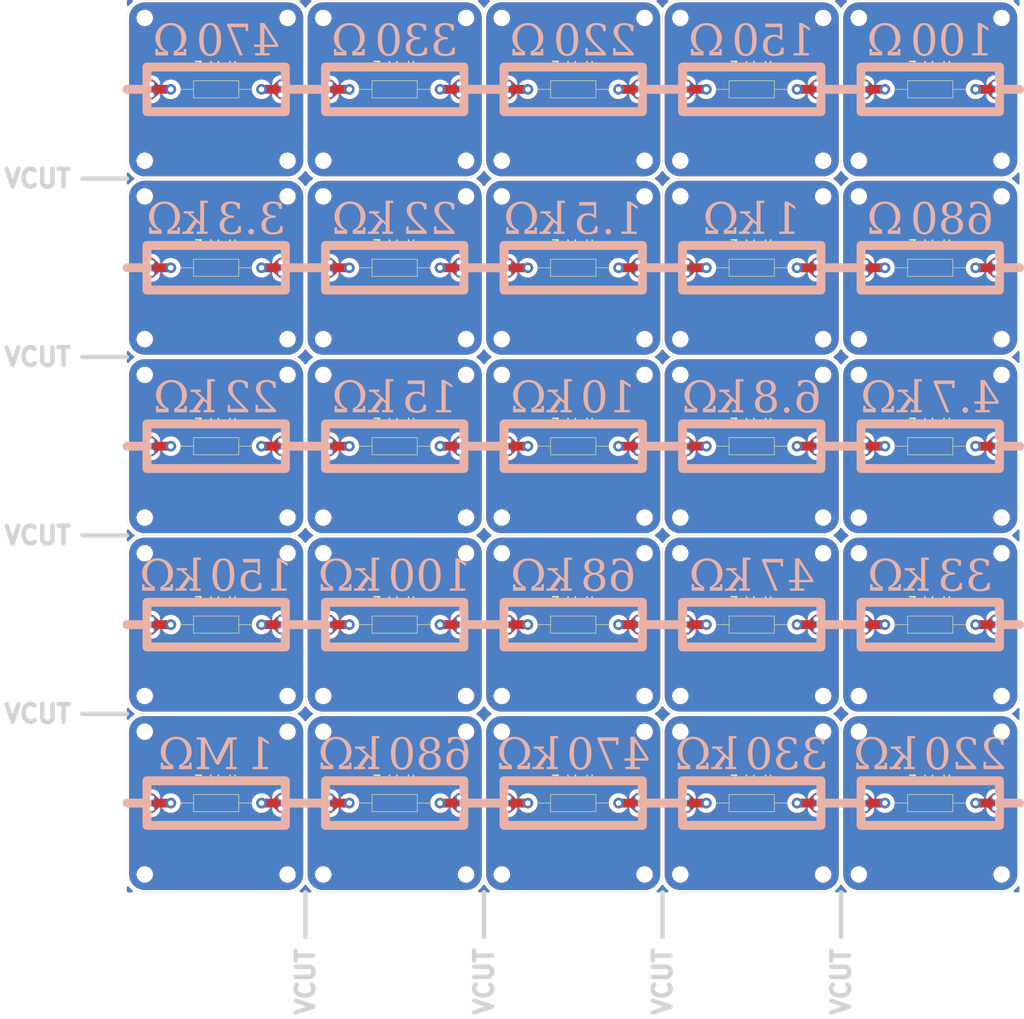
<source format=kicad_pcb>
(kicad_pcb (version 20241229) (generator "pcbnew") (generator_version "9.0")
  (layers (0 "F.Cu" signal) (2 "B.Cu" signal) (13 "F.Paste" user) (15 "B.Paste" user) (5 "F.SilkS" user "F.Silkscreen") (7 "B.SilkS" user "B.Silkscreen") (1 "F.Mask" user) (3 "B.Mask" user) (25 "Edge.Cuts" user))
  (net 0 "")
  (net 1 "NordSued")
  (net 2 "Net-(J1-Pin_1)")
  (footprint "MountingHole:MountingHole_3.2mm_M3" (layer "F.Cu") (at 64 96 -90)
    (property "Reference" "H32" (hide yes))
    (property "Value" "MH M3")
  )
  (footprint "MountingHole:MountingHole_3.2mm_M3" (layer "F.Cu") (at 136 56 -90)
    (property "Reference" "H15" (hide yes))
    (property "Value" "MH M3")
  )
  (footprint "MountingHole:MountingHole_3.2mm_M3" (layer "F.Cu") (at 104 136 -90)
    (property "Reference" "H56" (hide yes))
    (property "Value" "MH M3")
  )
  (footprint "MountingHole:MountingHole_3.2mm_M3" (layer "F.Cu") (at 96 104 -90)
    (property "Reference" "H49" (hide yes))
    (property "Value" "MH M3")
  )
  (footprint "MountingHole:MountingHole_3.2mm_M3" (layer "F.Cu") (at 24 96 -90)
    (property "Reference" "H28" (hide yes))
    (property "Value" "MH M3")
  )
  (footprint "MountingHole:MountingHole_3.2mm_M3" (layer "F.Cu") (at 104 56 -90)
    (property "Reference" "H16" (hide yes))
    (property "Value" "MH M3")
  )
  (footprint "EASYEDA2KICAD:Magentic_Connector_1x02_P2.5mm_Horizontal" (layer "F.Cu") (at 25.4875 80 180)
    (property "Reference" "J14" (hide yes))
    (property "Value" "Conn_01x02_Pin")
  )
  (footprint "EASYEDA2KICAD:Magentic_Connector_1x02_P2.5mm_Horizontal" (layer "F.Cu") (at 145.4875 160 180)
    (property "Reference" "J40" (hide yes))
    (property "Value" "Conn_01x02_Pin")
  )
  (footprint "Resistor_THT:R_Axial_DIN0411_L9.9mm_D3.6mm_P20.32mm_Horizontal" (layer "F.Cu") (at 50.16 200 180)
    (property "Reference" "R22" (hide yes))
    (property "Value" "R")
  )
  (footprint "MountingHole:MountingHole_3.2mm_M3" (layer "F.Cu") (at 216 24 -90)
    (property "Reference" "H21" (hide yes))
    (property "Value" "MH M3")
  )
  (footprint "EASYEDA2KICAD:Magentic_Connector_1x02_P2.5mm_Horizontal" (layer "F.Cu") (at 214.5125 80)
    (property "Reference" "J21" (hide yes))
    (property "Value" "Conn_01x02_Pin")
  )
  (footprint "Resistor_THT:R_Axial_DIN0411_L9.9mm_D3.6mm_P20.32mm_Horizontal" (layer "F.Cu") (at 90.16 80 180)
    (property "Reference" "R8" (hide yes))
    (property "Value" "R")
  )
  (footprint "MountingHole:MountingHole_3.2mm_M3" (layer "F.Cu") (at 184 64 -90)
    (property "Reference" "H42" (hide yes))
    (property "Value" "MH M3")
  )
  (footprint "EASYEDA2KICAD:Magentic_Connector_1x02_P2.5mm_Horizontal" (layer "F.Cu") (at 174.5125 160)
    (property "Reference" "J39" (hide yes))
    (property "Value" "Conn_01x02_Pin")
  )
  (footprint "Resistor_THT:R_Axial_DIN0411_L9.9mm_D3.6mm_P20.32mm_Horizontal" (layer "F.Cu") (at 130.16 160 180)
    (property "Reference" "R19" (hide yes))
    (property "Value" "R")
  )
  (footprint "Resistor_THT:R_Axial_DIN0411_L9.9mm_D3.6mm_P20.32mm_Horizontal" (layer "F.Cu") (at 170.16 40 180)
    (property "Reference" "R5" (hide yes))
    (property "Value" "R")
  )
  (footprint "EASYEDA2KICAD:Magentic_Connector_1x02_P2.5mm_Horizontal" (layer "F.Cu") (at 214.5125 200)
    (property "Reference" "J1" (hide yes))
    (property "Value" "Conn_01x02_Pin")
  )
  (footprint "MountingHole:MountingHole_3.2mm_M3" (layer "F.Cu") (at 96 24 -90)
    (property "Reference" "H9" (hide yes))
    (property "Value" "MH M3")
  )
  (footprint "MountingHole:MountingHole_3.2mm_M3" (layer "F.Cu") (at 144 144 -90)
    (property "Reference" "H78" (hide yes))
    (property "Value" "MH M3")
  )
  (footprint "Resistor_THT:R_Axial_DIN0411_L9.9mm_D3.6mm_P20.32mm_Horizontal" (layer "F.Cu") (at 130.16 40 180)
    (property "Reference" "R4" (hide yes))
    (property "Value" "R")
  )
  (footprint "MountingHole:MountingHole_3.2mm_M3" (layer "F.Cu") (at 104 144 -90)
    (property "Reference" "H74" (hide yes))
    (property "Value" "MH M3")
  )
  (footprint "MountingHole:MountingHole_3.2mm_M3" (layer "F.Cu") (at 96 144 -90)
    (property "Reference" "H69" (hide yes))
    (property "Value" "MH M3")
  )
  (footprint "EASYEDA2KICAD:Magentic_Connector_1x02_P2.5mm_Horizontal" (layer "F.Cu") (at 94.5125 160)
    (property "Reference" "J35" (hide yes))
    (property "Value" "Conn_01x02_Pin")
  )
  (footprint "MountingHole:MountingHole_3.2mm_M3" (layer "F.Cu") (at 136 184 -90)
    (property "Reference" "H93" (hide yes))
    (property "Value" "MH M3")
  )
  (footprint "MountingHole:MountingHole_3.2mm_M3" (layer "F.Cu") (at 184 24 -90)
    (property "Reference" "H22" (hide yes))
    (property "Value" "MH M3")
  )
  (footprint "MountingHole:MountingHole_3.2mm_M3" (layer "F.Cu") (at 176 64 -90)
    (property "Reference" "H37" (hide yes))
    (property "Value" "MH M3")
  )
  (footprint "MountingHole:MountingHole_3.2mm_M3" (layer "F.Cu") (at 24 184 -90)
    (property "Reference" "H86" (hide yes))
    (property "Value" "MH M3")
  )
  (footprint "MountingHole:MountingHole_3.2mm_M3" (layer "F.Cu") (at 24 176 -90)
    (property "Reference" "H68" (hide yes))
    (property "Value" "MH M3")
  )
  (footprint "EASYEDA2KICAD:Magentic_Connector_1x02_P2.5mm_Horizontal" (layer "F.Cu") (at 105.4875 200 180)
    (property "Reference" "J48" (hide yes))
    (property "Value" "Conn_01x02_Pin")
  )
  (footprint "MountingHole:MountingHole_3.2mm_M3" (layer "F.Cu") (at 216 184 -90)
    (property "Reference" "H1" (hide yes))
    (property "Value" "MH M3")
  )
  (footprint "EASYEDA2KICAD:Magentic_Connector_1x02_P2.5mm_Horizontal" (layer "F.Cu") (at 134.5125 160)
    (property "Reference" "J37" (hide yes))
    (property "Value" "Conn_01x02_Pin")
  )
  (footprint "MountingHole:MountingHole_3.2mm_M3" (layer "F.Cu") (at 176 96 -90)
    (property "Reference" "H39" (hide yes))
    (property "Value" "MH M3")
  )
  (footprint "MountingHole:MountingHole_3.2mm_M3" (layer "F.Cu") (at 184 56 -90)
    (property "Reference" "H24" (hide yes))
    (property "Value" "MH M3")
  )
  (footprint "MountingHole:MountingHole_3.2mm_M3" (layer "F.Cu") (at 24 136 -90)
    (property "Reference" "H48" (hide yes))
    (property "Value" "MH M3")
  )
  (footprint "MountingHole:MountingHole_3.2mm_M3" (layer "F.Cu") (at 216 64 -90)
    (property "Reference" "H41" (hide yes))
    (property "Value" "MH M3")
  )
  (footprint "MountingHole:MountingHole_3.2mm_M3" (layer "F.Cu") (at 104 104 -90)
    (property "Reference" "H54" (hide yes))
    (property "Value" "MH M3")
  )
  (footprint "MountingHole:MountingHole_3.2mm_M3" (layer "F.Cu") (at 144 24 -90)
    (property "Reference" "H18" (hide yes))
    (property "Value" "MH M3")
  )
  (footprint "MountingHole:MountingHole_3.2mm_M3" (layer "F.Cu") (at 56 184 -90)
    (property "Reference" "H85" (hide yes))
    (property "Value" "MH M3")
  )
  (footprint "Resistor_THT:R_Axial_DIN0411_L9.9mm_D3.6mm_P20.32mm_Horizontal" (layer "F.Cu") (at 90.16 40 180)
    (property "Reference" "R3" (hide yes))
    (property "Value" "R")
  )
  (footprint "MountingHole:MountingHole_3.2mm_M3" (layer "F.Cu") (at 216 216 -90)
    (property "Reference" "H3" (hide yes))
    (property "Value" "MH M3")
  )
  (footprint "EASYEDA2KICAD:Magentic_Connector_1x02_P2.5mm_Horizontal" (layer "F.Cu") (at 145.4875 80 180)
    (property "Reference" "J20" (hide yes))
    (property "Value" "Conn_01x02_Pin")
  )
  (footprint "MountingHole:MountingHole_3.2mm_M3" (layer "F.Cu") (at 56 24 -90)
    (property "Reference" "H5" (hide yes))
    (property "Value" "MH M3")
  )
  (footprint "Resistor_THT:R_Axial_DIN0411_L9.9mm_D3.6mm_P20.32mm_Horizontal" (layer "F.Cu") (at 210.16 200 180)
    (property "Reference" "R1" (hide yes))
    (property "Value" "R")
  )
  (footprint "EASYEDA2KICAD:Magentic_Connector_1x02_P2.5mm_Horizontal" (layer "F.Cu") (at 134.5125 80)
    (property "Reference" "J17" (hide yes))
    (property "Value" "Conn_01x02_Pin")
  )
  (footprint "MountingHole:MountingHole_3.2mm_M3" (layer "F.Cu") (at 56 144 -90)
    (property "Reference" "H65" (hide yes))
    (property "Value" "MH M3")
  )
  (footprint "MountingHole:MountingHole_3.2mm_M3" (layer "F.Cu") (at 136 144 -90)
    (property "Reference" "H73" (hide yes))
    (property "Value" "MH M3")
  )
  (footprint "MountingHole:MountingHole_3.2mm_M3" (layer "F.Cu") (at 136 104 -90)
    (property "Reference" "H53" (hide yes))
    (property "Value" "MH M3")
  )
  (footprint "MountingHole:MountingHole_3.2mm_M3" (layer "F.Cu") (at 216 96 -90)
    (property "Reference" "H43" (hide yes))
    (property "Value" "MH M3")
  )
  (footprint "Resistor_THT:R_Axial_DIN0411_L9.9mm_D3.6mm_P20.32mm_Horizontal" (layer "F.Cu") (at 130.16 200 180)
    (property "Reference" "R24" (hide yes))
    (property "Value" "R")
  )
  (footprint "MountingHole:MountingHole_3.2mm_M3" (layer "F.Cu") (at 184 176 -90)
    (property "Reference" "H84" (hide yes))
    (property "Value" "MH M3")
  )
  (footprint "MountingHole:MountingHole_3.2mm_M3" (layer "F.Cu") (at 56 64 -90)
    (property "Reference" "H25" (hide yes))
    (property "Value" "MH M3")
  )
  (footprint "MountingHole:MountingHole_3.2mm_M3" (layer "F.Cu") (at 56 56 -90)
    (property "Reference" "H7" (hide yes))
    (property "Value" "MH M3")
  )
  (footprint "EASYEDA2KICAD:Magentic_Connector_1x02_P2.5mm_Horizontal" (layer "F.Cu") (at 94.5125 80)
    (property "Reference" "J15" (hide yes))
    (property "Value" "Conn_01x02_Pin")
  )
  (footprint "MountingHole:MountingHole_3.2mm_M3" (layer "F.Cu") (at 144 184 -90)
    (property "Reference" "H98" (hide yes))
    (property "Value" "MH M3")
  )
  (footprint "MountingHole:MountingHole_3.2mm_M3" (layer "F.Cu") (at 216 104 -90)
    (property "Reference" "H61" (hide yes))
    (property "Value" "MH M3")
  )
  (footprint "MountingHole:MountingHole_3.2mm_M3" (layer "F.Cu") (at 176 104 -90)
    (property "Reference" "H57" (hide yes))
    (property "Value" "MH M3")
  )
  (footprint "Resistor_THT:R_Axial_DIN0411_L9.9mm_D3.6mm_P20.32mm_Horizontal" (layer "F.Cu") (at 170.16 120 180)
    (property "Reference" "R15" (hide yes))
    (property "Value" "R")
  )
  (footprint "EASYEDA2KICAD:Magentic_Connector_1x02_P2.5mm_Horizontal" (layer "F.Cu") (at 145.4875 120 180)
    (property "Reference" "J30" (hide yes))
    (property "Value" "Conn_01x02_Pin")
  )
  (footprint "Resistor_THT:R_Axial_DIN0411_L9.9mm_D3.6mm_P20.32mm_Horizontal" (layer "F.Cu") (at 130.16 120 180)
    (property "Reference" "R14" (hide yes))
    (property "Value" "R")
  )
  (footprint "MountingHole:MountingHole_3.2mm_M3" (layer "F.Cu") (at 136 64 -90)
    (property "Reference" "H33" (hide yes))
    (property "Value" "MH M3")
  )
  (footprint "MountingHole:MountingHole_3.2mm_M3" (layer "F.Cu") (at 176 56 -90)
    (property "Reference" "H19" (hide yes))
    (property "Value" "MH M3")
  )
  (footprint "MountingHole:MountingHole_3.2mm_M3" (layer "F.Cu") (at 144 136 -90)
    (property "Reference" "H60" (hide yes))
    (property "Value" "MH M3")
  )
  (footprint "MountingHole:MountingHole_3.2mm_M3" (layer "F.Cu") (at 144 96 -90)
    (property "Reference" "H40" (hide yes))
    (property "Value" "MH M3")
  )
  (footprint "EASYEDA2KICAD:Magentic_Connector_1x02_P2.5mm_Horizontal" (layer "F.Cu") (at 174.5125 200)
    (property "Reference" "J49" (hide yes))
    (property "Value" "Conn_01x02_Pin")
  )
  (footprint "MountingHole:MountingHole_3.2mm_M3" (layer "F.Cu") (at 184 136 -90)
    (property "Reference" "H64" (hide yes))
    (property "Value" "MH M3")
  )
  (footprint "EASYEDA2KICAD:Magentic_Connector_1x02_P2.5mm_Horizontal" (layer "F.Cu") (at 174.5125 40)
    (property "Reference" "J9" (hide yes))
    (property "Value" "Conn_01x02_Pin")
  )
  (footprint "MountingHole:MountingHole_3.2mm_M3" (layer "F.Cu") (at 64 176 -90)
    (property "Reference" "H72" (hide yes))
    (property "Value" "MH M3")
  )
  (footprint "EASYEDA2KICAD:Magentic_Connector_1x02_P2.5mm_Horizontal" (layer "F.Cu") (at 65.4875 160 180)
    (property "Reference" "J36" (hide yes))
    (property "Value" "Conn_01x02_Pin")
  )
  (footprint "MountingHole:MountingHole_3.2mm_M3" (layer "F.Cu") (at 184 104 -90)
    (property "Reference" "H62" (hide yes))
    (property "Value" "MH M3")
  )
  (footprint "MountingHole:MountingHole_3.2mm_M3" (layer "F.Cu") (at 184 216 -90)
    (property "Reference" "H4" (hide yes))
    (property "Value" "MH M3")
  )
  (footprint "MountingHole:MountingHole_3.2mm_M3" (layer "F.Cu") (at 96 216 -90)
    (property "Reference" "H91" (hide yes))
    (property "Value" "MH M3")
  )
  (footprint "MountingHole:MountingHole_3.2mm_M3" (layer "F.Cu") (at 24 104 -90)
    (property "Reference" "H46" (hide yes))
    (property "Value" "MH M3")
  )
  (footprint "EASYEDA2KICAD:Magentic_Connector_1x02_P2.5mm_Horizontal" (layer "F.Cu") (at 54.5125 40)
    (property "Reference" "J2" (hide yes))
    (property "Value" "Conn_01x02_Pin")
  )
  (footprint "Resistor_THT:R_Axial_DIN0411_L9.9mm_D3.6mm_P20.32mm_Horizontal" (layer "F.Cu") (at 90.16 160 180)
    (property "Reference" "R18" (hide yes))
    (property "Value" "R")
  )
  (footprint "EASYEDA2KICAD:Magentic_Connector_1x02_P2.5mm_Horizontal" (layer "F.Cu") (at 214.5125 160)
    (property "Reference" "J41" (hide yes))
    (property "Value" "Conn_01x02_Pin")
  )
  (footprint "EASYEDA2KICAD:Magentic_Connector_1x02_P2.5mm_Horizontal" (layer "F.Cu") (at 94.5125 120)
    (property "Reference" "J25" (hide yes))
    (property "Value" "Conn_01x02_Pin")
  )
  (footprint "MountingHole:MountingHole_3.2mm_M3" (layer "F.Cu") (at 176 176 -90)
    (property "Reference" "H79" (hide yes))
    (property "Value" "MH M3")
  )
  (footprint "MountingHole:MountingHole_3.2mm_M3" (layer "F.Cu") (at 216 176 -90)
    (property "Reference" "H83" (hide yes))
    (property "Value" "MH M3")
  )
  (footprint "EASYEDA2KICAD:Magentic_Connector_1x02_P2.5mm_Horizontal" (layer "F.Cu") (at 134.5125 40)
    (property "Reference" "J4" (hide yes))
    (property "Value" "Conn_01x02_Pin")
  )
  (footprint "MountingHole:MountingHole_3.2mm_M3" (layer "F.Cu") (at 64 216 -90)
    (property "Reference" "H92" (hide yes))
    (property "Value" "MH M3")
  )
  (footprint "MountingHole:MountingHole_3.2mm_M3" (layer "F.Cu") (at 24 56 -90)
    (property "Reference" "H8" (hide yes))
    (property "Value" "MH M3")
  )
  (footprint "MountingHole:MountingHole_3.2mm_M3" (layer "F.Cu") (at 96 184 -90)
    (property "Reference" "H89" (hide yes))
    (property "Value" "MH M3")
  )
  (footprint "MountingHole:MountingHole_3.2mm_M3" (layer "F.Cu") (at 96 136 -90)
    (property "Reference" "H51" (hide yes))
    (property "Value" "MH M3")
  )
  (footprint "Resistor_THT:R_Axial_DIN0411_L9.9mm_D3.6mm_P20.32mm_Horizontal" (layer "F.Cu") (at 50.16 120 180)
    (property "Reference" "R12" (hide yes))
    (property "Value" "R")
  )
  (footprint "Resistor_THT:R_Axial_DIN0411_L9.9mm_D3.6mm_P20.32mm_Horizontal" (layer "F.Cu") (at 90.16 200 180)
    (property "Reference" "R23" (hide yes))
    (property "Value" "R")
  )
  (footprint "Resistor_THT:R_Axial_DIN0411_L9.9mm_D3.6mm_P20.32mm_Horizontal" (layer "F.Cu") (at 50.16 80 180)
    (property "Reference" "R7" (hide yes))
    (property "Value" "R")
  )
  (footprint "MountingHole:MountingHole_3.2mm_M3" (layer "F.Cu") (at 96 56 -90)
    (property "Reference" "H11" (hide yes))
    (property "Value" "MH M3")
  )
  (footprint "EASYEDA2KICAD:Magentic_Connector_1x02_P2.5mm_Horizontal" (layer "F.Cu") (at 105.4875 80 180)
    (property "Reference" "J18" (hide yes))
    (property "Value" "Conn_01x02_Pin")
  )
  (footprint "MountingHole:MountingHole_3.2mm_M3" (layer "F.Cu") (at 144 64 -90)
    (property "Reference" "H38" (hide yes))
    (property "Value" "MH M3")
  )
  (footprint "MountingHole:MountingHole_3.2mm_M3" (layer "F.Cu") (at 216 144 -90)
    (property "Reference" "H81" (hide yes))
    (property "Value" "MH M3")
  )
  (footprint "Resistor_THT:R_Axial_DIN0411_L9.9mm_D3.6mm_P20.32mm_Horizontal" (layer "F.Cu") (at 90.16 120 180)
    (property "Reference" "R13" (hide yes))
    (property "Value" "R")
  )
  (footprint "MountingHole:MountingHole_3.2mm_M3" (layer "F.Cu") (at 144 216 -90)
    (property "Reference" "H100" (hide yes))
    (property "Value" "MH M3")
  )
  (footprint "EASYEDA2KICAD:Magentic_Connector_1x02_P2.5mm_Horizontal" (layer "F.Cu") (at 25.4875 200 180)
    (property "Reference" "J44" (hide yes))
    (property "Value" "Conn_01x02_Pin")
  )
  (footprint "Resistor_THT:R_Axial_DIN0411_L9.9mm_D3.6mm_P20.32mm_Horizontal" (layer "F.Cu") (at 210.16 80 180)
    (property "Reference" "R11" (hide yes))
    (property "Value" "R")
  )
  (footprint "EASYEDA2KICAD:Magentic_Connector_1x02_P2.5mm_Horizontal" (layer "F.Cu") (at 25.4875 40 180)
    (property "Reference" "J6" (hide yes))
    (property "Value" "Conn_01x02_Pin")
  )
  (footprint "MountingHole:MountingHole_3.2mm_M3" (layer "F.Cu") (at 24 144 -90)
    (property "Reference" "H66" (hide yes))
    (property "Value" "MH M3")
  )
  (footprint "MountingHole:MountingHole_3.2mm_M3" (layer "F.Cu") (at 136 216 -90)
    (property "Reference" "H95" (hide yes))
    (property "Value" "MH M3")
  )
  (footprint "MountingHole:MountingHole_3.2mm_M3" (layer "F.Cu") (at 136 96 -90)
    (property "Reference" "H35" (hide yes))
    (property "Value" "MH M3")
  )
  (footprint "EASYEDA2KICAD:Magentic_Connector_1x02_P2.5mm_Horizontal" (layer "F.Cu") (at 174.5125 120)
    (property "Reference" "J29" (hide yes))
    (property "Value" "Conn_01x02_Pin")
  )
  (footprint "MountingHole:MountingHole_3.2mm_M3" (layer "F.Cu") (at 24 24 -90)
    (property "Reference" "H6" (hide yes))
    (property "Value" "MH M3")
  )
  (footprint "MountingHole:MountingHole_3.2mm_M3" (layer "F.Cu") (at 104 184 -90)
    (property "Reference" "H94" (hide yes))
    (property "Value" "MH M3")
  )
  (footprint "MountingHole:MountingHole_3.2mm_M3" (layer "F.Cu") (at 136 24 -90)
    (property "Reference" "H13" (hide yes))
    (property "Value" "MH M3")
  )
  (footprint "EASYEDA2KICAD:Magentic_Connector_1x02_P2.5mm_Horizontal" (layer "F.Cu") (at 54.5125 120)
    (property "Reference" "J23" (hide yes))
    (property "Value" "Conn_01x02_Pin")
  )
  (footprint "Resistor_THT:R_Axial_DIN0411_L9.9mm_D3.6mm_P20.32mm_Horizontal" (layer "F.Cu") (at 170.16 160 180)
    (property "Reference" "R20" (hide yes))
    (property "Value" "R")
  )
  (footprint "MountingHole:MountingHole_3.2mm_M3" (layer "F.Cu") (at 64 64 -90)
    (property "Reference" "H30" (hide yes))
    (property "Value" "MH M3")
  )
  (footprint "MountingHole:MountingHole_3.2mm_M3" (layer "F.Cu") (at 176 24 -90)
    (property "Reference" "H17" (hide yes))
    (property "Value" "MH M3")
  )
  (footprint "MountingHole:MountingHole_3.2mm_M3" (layer "F.Cu") (at 64 24 -90)
    (property "Reference" "H10" (hide yes))
    (property "Value" "MH M3")
  )
  (footprint "MountingHole:MountingHole_3.2mm_M3" (layer "F.Cu") (at 176 216 -90)
    (property "Reference" "H99" (hide yes))
    (property "Value" "MH M3")
  )
  (footprint "EASYEDA2KICAD:Magentic_Connector_1x02_P2.5mm_Horizontal" (layer "F.Cu") (at 65.4875 80 180)
    (property "Reference" "J16" (hide yes))
    (property "Value" "Conn_01x02_Pin")
  )
  (footprint "EASYEDA2KICAD:Magentic_Connector_1x02_P2.5mm_Horizontal" (layer "F.Cu") (at 54.5125 80)
    (property "Reference" "J13" (hide yes))
    (property "Value" "Conn_01x02_Pin")
  )
  (footprint "EASYEDA2KICAD:Magentic_Connector_1x02_P2.5mm_Horizontal" (layer "F.Cu") (at 65.4875 40 180)
    (property "Reference" "J7" (hide yes))
    (property "Value" "Conn_01x02_Pin")
  )
  (footprint "MountingHole:MountingHole_3.2mm_M3" (layer "F.Cu") (at 64 184 -90)
    (property "Reference" "H90" (hide yes))
    (property "Value" "MH M3")
  )
  (footprint "Resistor_THT:R_Axial_DIN0411_L9.9mm_D3.6mm_P20.32mm_Horizontal" (layer "F.Cu") (at 210.16 40 180)
    (property "Reference" "R6" (hide yes))
    (property "Value" "R")
  )
  (footprint "MountingHole:MountingHole_3.2mm_M3" (layer "F.Cu") (at 136 176 -90)
    (property "Reference" "H75" (hide yes))
    (property "Value" "MH M3")
  )
  (footprint "MountingHole:MountingHole_3.2mm_M3" (layer "F.Cu") (at 144 176 -90)
    (property "Reference" "H80" (hide yes))
    (property "Value" "MH M3")
  )
  (footprint "MountingHole:MountingHole_3.2mm_M3" (layer "F.Cu") (at 96 96 -90)
    (property "Reference" "H31" (hide yes))
    (property "Value" "MH M3")
  )
  (footprint "MountingHole:MountingHole_3.2mm_M3" (layer "F.Cu") (at 136 136 -90)
    (property "Reference" "H55" (hide yes))
    (property "Value" "MH M3")
  )
  (footprint "MountingHole:MountingHole_3.2mm_M3" (layer "F.Cu") (at 104 96 -90)
    (property "Reference" "H36" (hide yes))
    (property "Value" "MH M3")
  )
  (footprint "MountingHole:MountingHole_3.2mm_M3" (layer "F.Cu") (at 96 176 -90)
    (property "Reference" "H71" (hide yes))
    (property "Value" "MH M3")
  )
  (footprint "Resistor_THT:R_Axial_DIN0411_L9.9mm_D3.6mm_P20.32mm_Horizontal" (layer "F.Cu") (at 210.16 160 180)
    (property "Reference" "R21" (hide yes))
    (property "Value" "R")
  )
  (footprint "MountingHole:MountingHole_3.2mm_M3" (layer "F.Cu") (at 104 216 -90)
    (property "Reference" "H96" (hide yes))
    (property "Value" "MH M3")
  )
  (footprint "MountingHole:MountingHole_3.2mm_M3" (layer "F.Cu") (at 184 96 -90)
    (property "Reference" "H44" (hide yes))
    (property "Value" "MH M3")
  )
  (footprint "MountingHole:MountingHole_3.2mm_M3" (layer "F.Cu") (at 104 24 -90)
    (property "Reference" "H14" (hide yes))
    (property "Value" "MH M3")
  )
  (footprint "MountingHole:MountingHole_3.2mm_M3" (layer "F.Cu") (at 56 104 -90)
    (property "Reference" "H45" (hide yes))
    (property "Value" "MH M3")
  )
  (footprint "MountingHole:MountingHole_3.2mm_M3" (layer "F.Cu") (at 64 56 -90)
    (property "Reference" "H12" (hide yes))
    (property "Value" "MH M3")
  )
  (footprint "MountingHole:MountingHole_3.2mm_M3" (layer "F.Cu") (at 56 176 -90)
    (property "Reference" "H67" (hide yes))
    (property "Value" "MH M3")
  )
  (footprint "EASYEDA2KICAD:Magentic_Connector_1x02_P2.5mm_Horizontal" (layer "F.Cu") (at 134.5125 120)
    (property "Reference" "J27" (hide yes))
    (property "Value" "Conn_01x02_Pin")
  )
  (footprint "MountingHole:MountingHole_3.2mm_M3" (layer "F.Cu") (at 176 144 -90)
    (property "Reference" "H77" (hide yes))
    (property "Value" "MH M3")
  )
  (footprint "EASYEDA2KICAD:Magentic_Connector_1x02_P2.5mm_Horizontal" (layer "F.Cu") (at 25.4875 160 180)
    (property "Reference" "J34" (hide yes))
    (property "Value" "Conn_01x02_Pin")
  )
  (footprint "EASYEDA2KICAD:Magentic_Connector_1x02_P2.5mm_Horizontal" (layer "F.Cu") (at 65.4875 120 180)
    (property "Reference" "J26" (hide yes))
    (property "Value" "Conn_01x02_Pin")
  )
  (footprint "EASYEDA2KICAD:Magentic_Connector_1x02_P2.5mm_Horizontal" (layer "F.Cu") (at 174.5125 80)
    (property "Reference" "J19" (hide yes))
    (property "Value" "Conn_01x02_Pin")
  )
  (footprint "Resistor_THT:R_Axial_DIN0411_L9.9mm_D3.6mm_P20.32mm_Horizontal" (layer "F.Cu") (at 50.16 160 180)
    (property "Reference" "R17" (hide yes))
    (property "Value" "R")
  )
  (footprint "MountingHole:MountingHole_3.2mm_M3" (layer "F.Cu") (at 104 176 -90)
    (property "Reference" "H76" (hide yes))
    (property "Value" "MH M3")
  )
  (footprint "MountingHole:MountingHole_3.2mm_M3" (layer "F.Cu") (at 144 104 -90)
    (property "Reference" "H58" (hide yes))
    (property "Value" "MH M3")
  )
  (footprint "Resistor_THT:R_Axial_DIN0411_L9.9mm_D3.6mm_P20.32mm_Horizontal" (layer "F.Cu") (at 50.16 40 180)
    (property "Reference" "R2" (hide yes))
    (property "Value" "R")
  )
  (footprint "EASYEDA2KICAD:Magentic_Connector_1x02_P2.5mm_Horizontal" (layer "F.Cu") (at 185.4875 120 180)
    (property "Reference" "J32" (hide yes))
    (property "Value" "Conn_01x02_Pin")
  )
  (footprint "EASYEDA2KICAD:Magentic_Connector_1x02_P2.5mm_Horizontal" (layer "F.Cu") (at 185.4875 80 180)
    (property "Reference" "J22" (hide yes))
    (property "Value" "Conn_01x02_Pin")
  )
  (footprint "EASYEDA2KICAD:Magentic_Connector_1x02_P2.5mm_Horizontal" (layer "F.Cu") (at 145.4875 40 180)
    (property "Reference" "J10" (hide yes))
    (property "Value" "Conn_01x02_Pin")
  )
  (footprint "EASYEDA2KICAD:Magentic_Connector_1x02_P2.5mm_Horizontal" (layer "F.Cu") (at 185.4875 200 180)
    (property "Reference" "J5" (hide yes))
    (property "Value" "Conn_01x02_Pin")
  )
  (footprint "MountingHole:MountingHole_3.2mm_M3" (layer "F.Cu") (at 216 136 -90)
    (property "Reference" "H63" (hide yes))
    (property "Value" "MH M3")
  )
  (footprint "EASYEDA2KICAD:Magentic_Connector_1x02_P2.5mm_Horizontal" (layer "F.Cu") (at 25.4875 120 180)
    (property "Reference" "J24" (hide yes))
    (property "Value" "Conn_01x02_Pin")
  )
  (footprint "MountingHole:MountingHole_3.2mm_M3" (layer "F.Cu") (at 144 56 -90)
    (property "Reference" "H20" (hide yes))
    (property "Value" "MH M3")
  )
  (footprint "EASYEDA2KICAD:Magentic_Connector_1x02_P2.5mm_Horizontal" (layer "F.Cu") (at 94.5125 200)
    (property "Reference" "J45" (hide yes))
    (property "Value" "Conn_01x02_Pin")
  )
  (footprint "MountingHole:MountingHole_3.2mm_M3" (layer "F.Cu") (at 96 64 -90)
    (property "Reference" "H29" (hide yes))
    (property "Value" "MH M3")
  )
  (footprint "MountingHole:MountingHole_3.2mm_M3" (layer "F.Cu") (at 184 184 -90)
    (property "Reference" "H2" (hide yes))
    (property "Value" "MH M3")
  )
  (footprint "EASYEDA2KICAD:Magentic_Connector_1x02_P2.5mm_Horizontal" (layer "F.Cu") (at 134.5125 200)
    (property "Reference" "J47" (hide yes))
    (property "Value" "Conn_01x02_Pin")
  )
  (footprint "MountingHole:MountingHole_3.2mm_M3" (layer "F.Cu") (at 184 144 -90)
    (property "Reference" "H82" (hide yes))
    (property "Value" "MH M3")
  )
  (footprint "MountingHole:MountingHole_3.2mm_M3" (layer "F.Cu") (at 24 64 -90)
    (property "Reference" "H26" (hide yes))
    (property "Value" "MH M3")
  )
  (footprint "MountingHole:MountingHole_3.2mm_M3" (layer "F.Cu") (at 176 184 -90)
    (property "Reference" "H97" (hide yes))
    (property "Value" "MH M3")
  )
  (footprint "EASYEDA2KICAD:Magentic_Connector_1x02_P2.5mm_Horizontal" (layer "F.Cu") (at 105.4875 120 180)
    (property "Reference" "J28" (hide yes))
    (property "Value" "Conn_01x02_Pin")
  )
  (footprint "MountingHole:MountingHole_3.2mm_M3" (layer "F.Cu") (at 56 136 -90)
    (property "Reference" "H47" (hide yes))
    (property "Value" "MH M3")
  )
  (footprint "EASYEDA2KICAD:Magentic_Connector_1x02_P2.5mm_Horizontal" (layer "F.Cu") (at 54.5125 200)
    (property "Reference" "J43" (hide yes))
    (property "Value" "Conn_01x02_Pin")
  )
  (footprint "EASYEDA2KICAD:Magentic_Connector_1x02_P2.5mm_Horizontal" (layer "F.Cu") (at 105.4875 160 180)
    (property "Reference" "J38" (hide yes))
    (property "Value" "Conn_01x02_Pin")
  )
  (footprint "EASYEDA2KICAD:Magentic_Connector_1x02_P2.5mm_Horizontal" (layer "F.Cu") (at 54.5125 160)
    (property "Reference" "J33" (hide yes))
    (property "Value" "Conn_01x02_Pin")
  )
  (footprint "MountingHole:MountingHole_3.2mm_M3" (layer "F.Cu") (at 64 144 -90)
    (property "Reference" "H70" (hide yes))
    (property "Value" "MH M3")
  )
  (footprint "MountingHole:MountingHole_3.2mm_M3" (layer "F.Cu") (at 64 104 -90)
    (property "Reference" "H50" (hide yes))
    (property "Value" "MH M3")
  )
  (footprint "EASYEDA2KICAD:Magentic_Connector_1x02_P2.5mm_Horizontal" (layer "F.Cu") (at 185.4875 40 180)
    (property "Reference" "J12" (hide yes))
    (property "Value" "Conn_01x02_Pin")
  )
  (footprint "MountingHole:MountingHole_3.2mm_M3" (layer "F.Cu") (at 24 216 -90)
    (property "Reference" "H88" (hide yes))
    (property "Value" "MH M3")
  )
  (footprint "Resistor_THT:R_Axial_DIN0411_L9.9mm_D3.6mm_P20.32mm_Horizontal" (layer "F.Cu") (at 170.16 80 180)
    (property "Reference" "R10" (hide yes))
    (property "Value" "R")
  )
  (footprint "EASYEDA2KICAD:Magentic_Connector_1x02_P2.5mm_Horizontal" (layer "F.Cu") (at 185.4875 160 180)
    (property "Reference" "J42" (hide yes))
    (property "Value" "Conn_01x02_Pin")
  )
  (footprint "EASYEDA2KICAD:Magentic_Connector_1x02_P2.5mm_Horizontal" (layer "F.Cu") (at 65.4875 200 180)
    (property "Reference" "J46" (hide yes))
    (property "Value" "Conn_01x02_Pin")
  )
  (footprint "EASYEDA2KICAD:Magentic_Connector_1x02_P2.5mm_Horizontal" (layer "F.Cu") (at 214.5125 120)
    (property "Reference" "J31" (hide yes))
    (property "Value" "Conn_01x02_Pin")
  )
  (footprint "Resistor_THT:R_Axial_DIN0411_L9.9mm_D3.6mm_P20.32mm_Horizontal" (layer "F.Cu") (at 130.16 80 180)
    (property "Reference" "R9" (hide yes))
    (property "Value" "R")
  )
  (footprint "EASYEDA2KICAD:Magentic_Connector_1x02_P2.5mm_Horizontal" (layer "F.Cu") (at 145.4875 200 180)
    (property "Reference" "J50" (hide yes))
    (property "Value" "Conn_01x02_Pin")
  )
  (footprint "EASYEDA2KICAD:Magentic_Connector_1x02_P2.5mm_Horizontal" (layer "F.Cu") (at 214.5125 40)
    (property "Reference" "J11" (hide yes))
    (property "Value" "Conn_01x02_Pin")
  )
  (footprint "MountingHole:MountingHole_3.2mm_M3" (layer "F.Cu") (at 104 64 -90)
    (property "Reference" "H34" (hide yes))
    (property "Value" "MH M3")
  )
  (footprint "EASYEDA2KICAD:Magentic_Connector_1x02_P2.5mm_Horizontal" (layer "F.Cu") (at 105.4875 40 180)
    (property "Reference" "J8" (hide yes))
    (property "Value" "Conn_01x02_Pin")
  )
  (footprint "MountingHole:MountingHole_3.2mm_M3" (layer "F.Cu") (at 56 216 -90)
    (property "Reference" "H87" (hide yes))
    (property "Value" "MH M3")
  )
  (footprint "MountingHole:MountingHole_3.2mm_M3" (layer "F.Cu") (at 216 56 -90)
    (property "Reference" "H23" (hide yes))
    (property "Value" "MH M3")
  )
  (footprint "EASYEDA2KICAD:Magentic_Connector_1x02_P2.5mm_Horizontal" (layer "F.Cu") (at 94.5125 40)
    (property "Reference" "J3" (hide yes))
    (property "Value" "Conn_01x02_Pin")
  )
  (footprint "MountingHole:MountingHole_3.2mm_M3" (layer "F.Cu") (at 56 96 -90)
    (property "Reference" "H27" (hide yes))
    (property "Value" "MH M3")
  )
  (footprint "Resistor_THT:R_Axial_DIN0411_L9.9mm_D3.6mm_P20.32mm_Horizontal" (layer "F.Cu") (at 210.16 120 180)
    (property "Reference" "R16" (hide yes))
    (property "Value" "R")
  )
  (footprint "Resistor_THT:R_Axial_DIN0411_L9.9mm_D3.6mm_P20.32mm_Horizontal" (layer "F.Cu") (at 170.16 200 180)
    (property "Reference" "R25" (hide yes))
    (property "Value" "R")
  )
  (footprint "MountingHole:MountingHole_3.2mm_M3" (layer "F.Cu") (at 64 136 -90)
    (property "Reference" "H52" (hide yes))
    (property "Value" "MH M3")
  )
  (footprint "MountingHole:MountingHole_3.2mm_M3" (layer "F.Cu") (at 176 136 -90)
    (property "Reference" "H59" (hide yes))
    (property "Value" "MH M3")
  )
  (gr_line (start 180 200) (end 175.5 200) (stroke (width 2)) (layer "B.SilkS"))
  (gr_line (start 144.5 200) (end 140 200) (stroke (width 2)) (layer "B.SilkS"))
  (gr_rect (start 24.5 155) (end 55.5 165) (stroke (width 2)) (fill no) (layer "B.SilkS"))
  (gr_rect (start 144.5 75) (end 175.5 85) (stroke (width 2)) (fill no) (layer "B.SilkS"))
  (gr_line (start 104.5 40) (end 100 40) (stroke (width 2)) (layer "B.SilkS"))
  (gr_line (start 144.5 80) (end 140 80) (stroke (width 2)) (layer "B.SilkS"))
  (gr_rect (start 184.5 155) (end 215.5 165) (stroke (width 2)) (fill no) (layer "B.SilkS"))
  (gr_line (start 24.5 160) (end 20 160) (stroke (width 2)) (layer "B.SilkS"))
  (gr_line (start 60 80) (end 55.5 80) (stroke (width 2)) (layer "B.SilkS"))
  (gr_line (start 100 160) (end 95.5 160) (stroke (width 2)) (layer "B.SilkS"))
  (gr_line (start 24.5 40) (end 20 40) (stroke (width 2)) (layer "B.SilkS"))
  (gr_rect (start 184.5 115) (end 215.5 125) (stroke (width 2)) (fill no) (layer "B.SilkS"))
  (gr_rect (start 104.5 35) (end 135.5 45) (stroke (width 2)) (fill no) (layer "B.SilkS"))
  (gr_rect (start 184.5 35) (end 215.5 45) (stroke (width 2)) (fill no) (layer "B.SilkS"))
  (gr_line (start 104.5 80) (end 100 80) (stroke (width 2)) (layer "B.SilkS"))
  (gr_line (start 64.5 80) (end 60 80) (stroke (width 2)) (layer "B.SilkS"))
  (gr_line (start 184.5 120) (end 180 120) (stroke (width 2)) (layer "B.SilkS"))
  (gr_rect (start 184.5 195) (end 215.5 205) (stroke (width 2)) (fill no) (layer "B.SilkS"))
  (gr_rect (start 64.5 75) (end 95.5 85) (stroke (width 2)) (fill no) (layer "B.SilkS"))
  (gr_rect (start 104.5 195) (end 135.5 205) (stroke (width 2)) (fill no) (layer "B.SilkS"))
  (gr_line (start 180 40) (end 175.5 40) (stroke (width 2)) (layer "B.SilkS"))
  (gr_line (start 64.5 40) (end 60 40) (stroke (width 2)) (layer "B.SilkS"))
  (gr_line (start 220 160) (end 215.5 160) (stroke (width 2)) (layer "B.SilkS"))
  (gr_line (start 144.5 40) (end 140 40) (stroke (width 2)) (layer "B.SilkS"))
  (gr_rect (start 104.5 75) (end 135.5 85) (stroke (width 2)) (fill no) (layer "B.SilkS"))
  (gr_rect (start 104.5 115) (end 135.5 125) (stroke (width 2)) (fill no) (layer "B.SilkS"))
  (gr_line (start 140 40) (end 135.5 40) (stroke (width 2)) (layer "B.SilkS"))
  (gr_rect (start 64.5 35) (end 95.5 45) (stroke (width 2)) (fill no) (layer "B.SilkS"))
  (gr_line (start 220 120) (end 215.5 120) (stroke (width 2)) (layer "B.SilkS"))
  (gr_rect (start 64.5 195) (end 95.5 205) (stroke (width 2)) (fill no) (layer "B.SilkS"))
  (gr_line (start 144.5 120) (end 140 120) (stroke (width 2)) (layer "B.SilkS"))
  (gr_line (start 100 40) (end 95.5 40) (stroke (width 2)) (layer "B.SilkS"))
  (gr_line (start 24.5 120) (end 20 120) (stroke (width 2)) (layer "B.SilkS"))
  (gr_line (start 144.5 160) (end 140 160) (stroke (width 2)) (layer "B.SilkS"))
  (gr_rect (start 64.5 115) (end 95.5 125) (stroke (width 2)) (fill no) (layer "B.SilkS"))
  (gr_rect (start 144.5 35) (end 175.5 45) (stroke (width 2)) (fill no) (layer "B.SilkS"))
  (gr_rect (start 64.5 155) (end 95.5 165) (stroke (width 2)) (fill no) (layer "B.SilkS"))
  (gr_rect (start 24.5 115) (end 55.5 125) (stroke (width 2)) (fill no) (layer "B.SilkS"))
  (gr_rect (start 144.5 155) (end 175.5 165) (stroke (width 2)) (fill no) (layer "B.SilkS"))
  (gr_line (start 140 80) (end 135.5 80) (stroke (width 2)) (layer "B.SilkS"))
  (gr_rect (start 24.5 195) (end 55.5 205) (stroke (width 2)) (fill no) (layer "B.SilkS"))
  (gr_line (start 140 160) (end 135.5 160) (stroke (width 2)) (layer "B.SilkS"))
  (gr_rect (start 184.5 75) (end 215.5 85) (stroke (width 2)) (fill no) (layer "B.SilkS"))
  (gr_line (start 180 120) (end 175.5 120) (stroke (width 2)) (layer "B.SilkS"))
  (gr_line (start 140 200) (end 135.5 200) (stroke (width 2)) (layer "B.SilkS"))
  (gr_line (start 104.5 200) (end 100 200) (stroke (width 2)) (layer "B.SilkS"))
  (gr_line (start 180 160) (end 175.5 160) (stroke (width 2)) (layer "B.SilkS"))
  (gr_line (start 100 200) (end 95.5 200) (stroke (width 2)) (layer "B.SilkS"))
  (gr_line (start 104.5 120) (end 100 120) (stroke (width 2)) (layer "B.SilkS"))
  (gr_line (start 180 80) (end 175.5 80) (stroke (width 2)) (layer "B.SilkS"))
  (gr_line (start 60 200) (end 55.5 200) (stroke (width 2)) (layer "B.SilkS"))
  (gr_line (start 220 40) (end 215.5 40) (stroke (width 2)) (layer "B.SilkS"))
  (gr_rect (start 104.5 155) (end 135.5 165) (stroke (width 2)) (fill no) (layer "B.SilkS"))
  (gr_line (start 24.5 80) (end 20 80) (stroke (width 2)) (layer "B.SilkS"))
  (gr_line (start 220 80) (end 215.5 80) (stroke (width 2)) (layer "B.SilkS"))
  (gr_line (start 184.5 40) (end 180 40) (stroke (width 2)) (layer "B.SilkS"))
  (gr_line (start 184.5 160) (end 180 160) (stroke (width 2)) (layer "B.SilkS"))
  (gr_line (start 24.5 200) (end 20 200) (stroke (width 2)) (layer "B.SilkS"))
  (gr_rect (start 24.5 35) (end 55.5 45) (stroke (width 2)) (fill no) (layer "B.SilkS"))
  (gr_line (start 64.5 200) (end 60 200) (stroke (width 2)) (layer "B.SilkS"))
  (gr_line (start 60 120) (end 55.5 120) (stroke (width 2)) (layer "B.SilkS"))
  (gr_line (start 140 120) (end 135.5 120) (stroke (width 2)) (layer "B.SilkS"))
  (gr_line (start 184.5 80) (end 180 80) (stroke (width 2)) (layer "B.SilkS"))
  (gr_rect (start 24.5 75) (end 55.5 85) (stroke (width 2)) (fill no) (layer "B.SilkS"))
  (gr_line (start 100 80) (end 95.5 80) (stroke (width 2)) (layer "B.SilkS"))
  (gr_line (start 220 200) (end 215.5 200) (stroke (width 2)) (layer "B.SilkS"))
  (gr_line (start 64.5 120) (end 60 120) (stroke (width 2)) (layer "B.SilkS"))
  (gr_line (start 184.5 200) (end 180 200) (stroke (width 2)) (layer "B.SilkS"))
  (gr_line (start 60 40) (end 55.5 40) (stroke (width 2)) (layer "B.SilkS"))
  (gr_line (start 100 120) (end 95.5 120) (stroke (width 2)) (layer "B.SilkS"))
  (gr_rect (start 144.5 195) (end 175.5 205) (stroke (width 2)) (fill no) (layer "B.SilkS"))
  (gr_line (start 60 160) (end 55.5 160) (stroke (width 2)) (layer "B.SilkS"))
  (gr_line (start 104.5 160) (end 100 160) (stroke (width 2)) (layer "B.SilkS"))
  (gr_line (start 64.5 160) (end 60 160) (stroke (width 2)) (layer "B.SilkS"))
  (gr_rect (start 144.5 115) (end 175.5 125) (stroke (width 2)) (fill no) (layer "B.SilkS"))
  (gr_arc (start 180 96) (mid 178.828427 98.828427) (end 176 100) (stroke (width 0.05)) (layer "Edge.Cuts"))
  (gr_arc (start 64 60) (mid 61.171573 58.828427) (end 60 56) (stroke (width 0.05)) (layer "Edge.Cuts"))
  (gr_arc (start 180 56) (mid 178.828427 58.828427) (end 176 60) (stroke (width 0.05)) (layer "Edge.Cuts"))
  (gr_arc (start 184 140) (mid 181.171573 138.828427) (end 180 136) (stroke (width 0.05)) (layer "Edge.Cuts"))
  (gr_line (start 96 140) (end 64 140) (stroke (width 0.05)) (layer "Edge.Cuts"))
  (gr_line (start 220 56) (end 220 24) (stroke (width 0.05)) (layer "Edge.Cuts"))
  (gr_line (start 20 184) (end 20 216) (stroke (width 0.05)) (layer "Edge.Cuts"))
  (gr_arc (start 20 24) (mid 21.171573 21.171573) (end 24 20) (stroke (width 0.05)) (layer "Edge.Cuts"))
  (gr_arc (start 216 20) (mid 218.828427 21.171573) (end 220 24) (stroke (width 0.05)) (layer "Edge.Cuts"))
  (gr_arc (start 180 216) (mid 178.828427 218.828427) (end 176 220) (stroke (width 0.05)) (layer "Edge.Cuts"))
  (gr_line (start 180 24) (end 180 56) (stroke (width 0.05)) (layer "Edge.Cuts"))
  (gr_line (start 220 176) (end 220 144) (stroke (width 0.05)) (layer "Edge.Cuts"))
  (gr_line (start 56 180) (end 24 180) (stroke (width 0.05)) (layer "Edge.Cuts"))
  (gr_arc (start 104 60) (mid 101.171573 58.828427) (end 100 56) (stroke (width 0.05)) (layer "Edge.Cuts"))
  (gr_line (start 220 136) (end 220 104) (stroke (width 0.05)) (layer "Edge.Cuts"))
  (gr_arc (start 144 60) (mid 141.171573 58.828427) (end 140 56) (stroke (width 0.05)) (layer "Edge.Cuts"))
  (gr_line (start 136 20) (end 104 20) (stroke (width 0.05)) (layer "Edge.Cuts"))
  (gr_arc (start 176 140) (mid 178.828427 141.171573) (end 180 144) (stroke (width 0.05)) (layer "Edge.Cuts"))
  (gr_arc (start 60 24) (mid 61.171573 21.171573) (end 64 20) (stroke (width 0.05)) (layer "Edge.Cuts"))
  (gr_arc (start 180 184) (mid 181.171573 181.171573) (end 184 180) (stroke (width 0.05)) (layer "Edge.Cuts"))
  (gr_line (start 60 184) (end 60 216) (stroke (width 0.05)) (layer "Edge.Cuts"))
  (gr_arc (start 100 56) (mid 98.828427 58.828427) (end 96 60) (stroke (width 0.05)) (layer "Edge.Cuts"))
  (gr_line (start 176 100) (end 144 100) (stroke (width 0.05)) (layer "Edge.Cuts"))
  (gr_arc (start 100 136) (mid 98.828427 138.828427) (end 96 140) (stroke (width 0.05)) (layer "Edge.Cuts"))
  (gr_arc (start 104 140) (mid 101.171573 138.828427) (end 100 136) (stroke (width 0.05)) (layer "Edge.Cuts"))
  (gr_line (start 100 144) (end 100 176) (stroke (width 0.05)) (layer "Edge.Cuts"))
  (gr_arc (start 100 24) (mid 101.171573 21.171573) (end 104 20) (stroke (width 0.05)) (layer "Edge.Cuts"))
  (gr_arc (start 24 180) (mid 21.171573 178.828427) (end 20 176) (stroke (width 0.05)) (layer "Edge.Cuts"))
  (gr_arc (start 140 176) (mid 138.828427 178.828427) (end 136 180) (stroke (width 0.05)) (layer "Edge.Cuts"))
  (gr_arc (start 140 144) (mid 141.171573 141.171573) (end 144 140) (stroke (width 0.05)) (layer "Edge.Cuts"))
  (gr_line (start 60 24) (end 60 56) (stroke (width 0.05)) (layer "Edge.Cuts"))
  (gr_arc (start 100 144) (mid 101.171573 141.171573) (end 104 140) (stroke (width 0.05)) (layer "Edge.Cuts"))
  (gr_line (start 180 144) (end 180 176) (stroke (width 0.05)) (layer "Edge.Cuts"))
  (gr_arc (start 216 140) (mid 218.828427 141.171573) (end 220 144) (stroke (width 0.05)) (layer "Edge.Cuts"))
  (gr_line (start 60 104) (end 60 136) (stroke (width 0.05)) (layer "Edge.Cuts"))
  (gr_line (start 176 140) (end 144 140) (stroke (width 0.05)) (layer "Edge.Cuts"))
  (gr_arc (start 20 144) (mid 21.171573 141.171573) (end 24 140) (stroke (width 0.05)) (layer "Edge.Cuts"))
  (gr_line (start 10 60) (end 20 60) (stroke (width 1)) (layer "Edge.Cuts"))
  (gr_arc (start 20 104) (mid 21.171573 101.171573) (end 24 100) (stroke (width 0.05)) (layer "Edge.Cuts"))
  (gr_line (start 180 184) (end 180 216) (stroke (width 0.05)) (layer "Edge.Cuts"))
  (gr_line (start 216 180) (end 184 180) (stroke (width 0.05)) (layer "Edge.Cuts"))
  (gr_line (start 176 180) (end 144 180) (stroke (width 0.05)) (layer "Edge.Cuts"))
  (gr_line (start 136 180) (end 104 180) (stroke (width 0.05)) (layer "Edge.Cuts"))
  (gr_arc (start 136 60) (mid 138.828427 61.171573) (end 140 64) (stroke (width 0.05)) (layer "Edge.Cuts"))
  (gr_arc (start 184 60) (mid 181.171573 58.828427) (end 180 56) (stroke (width 0.05)) (layer "Edge.Cuts"))
  (gr_line (start 140 230) (end 140 220) (stroke (width 1)) (layer "Edge.Cuts"))
  (gr_line (start 216 100) (end 184 100) (stroke (width 0.05)) (layer "Edge.Cuts"))
  (gr_arc (start 96 140) (mid 98.828427 141.171573) (end 100 144) (stroke (width 0.05)) (layer "Edge.Cuts"))
  (gr_arc (start 140 24) (mid 141.171573 21.171573) (end 144 20) (stroke (width 0.05)) (layer "Edge.Cuts"))
  (gr_line (start 56 60) (end 24 60) (stroke (width 0.05)) (layer "Edge.Cuts"))
  (gr_arc (start 20 64) (mid 21.171573 61.171573) (end 24 60) (stroke (width 0.05)) (layer "Edge.Cuts"))
  (gr_arc (start 24 140) (mid 21.171573 138.828427) (end 20 136) (stroke (width 0.05)) (layer "Edge.Cuts"))
  (gr_line (start 56 20) (end 24 20) (stroke (width 0.05)) (layer "Edge.Cuts"))
  (gr_arc (start 216 60) (mid 218.828427 61.171573) (end 220 64) (stroke (width 0.05)) (layer "Edge.Cuts"))
  (gr_line (start 20 24) (end 20 56) (stroke (width 0.05)) (layer "Edge.Cuts"))
  (gr_arc (start 104 100) (mid 101.171573 98.828427) (end 100 96) (stroke (width 0.05)) (layer "Edge.Cuts"))
  (gr_line (start 180 64) (end 180 96) (stroke (width 0.05)) (layer "Edge.Cuts"))
  (gr_arc (start 180 64) (mid 181.171573 61.171573) (end 184 60) (stroke (width 0.05)) (layer "Edge.Cuts"))
  (gr_arc (start 136 20) (mid 138.828427 21.171573) (end 140 24) (stroke (width 0.05)) (layer "Edge.Cuts"))
  (gr_arc (start 60 176) (mid 58.828427 178.828427) (end 56 180) (stroke (width 0.05)) (layer "Edge.Cuts"))
  (gr_line (start 176 60) (end 144 60) (stroke (width 0.05)) (layer "Edge.Cuts"))
  (gr_arc (start 60 144) (mid 61.171573 141.171573) (end 64 140) (stroke (width 0.05)) (layer "Edge.Cuts"))
  (gr_line (start 216 20) (end 184 20) (stroke (width 0.05)) (layer "Edge.Cuts"))
  (gr_arc (start 100 184) (mid 101.171573 181.171573) (end 104 180) (stroke (width 0.05)) (layer "Edge.Cuts"))
  (gr_line (start 140 104) (end 140 136) (stroke (width 0.05)) (layer "Edge.Cuts"))
  (gr_arc (start 60 216) (mid 58.828427 218.828427) (end 56 220) (stroke (width 0.05)) (layer "Edge.Cuts"))
  (gr_arc (start 56 60) (mid 58.828427 61.171573) (end 60 64) (stroke (width 0.05)) (layer "Edge.Cuts"))
  (gr_arc (start 24 100) (mid 21.171573 98.828427) (end 20 96) (stroke (width 0.05)) (layer "Edge.Cuts"))
  (gr_arc (start 136 180) (mid 138.828427 181.171573) (end 140 184) (stroke (width 0.05)) (layer "Edge.Cuts"))
  (gr_line (start 24 220) (end 56 220) (stroke (width 0.05)) (layer "Edge.Cuts"))
  (gr_arc (start 140 136) (mid 138.828427 138.828427) (end 136 140) (stroke (width 0.05)) (layer "Edge.Cuts"))
  (gr_line (start 184 220) (end 216 220) (stroke (width 0.05)) (layer "Edge.Cuts"))
  (gr_arc (start 100 216) (mid 98.828427 218.828427) (end 96 220) (stroke (width 0.05)) (layer "Edge.Cuts"))
  (gr_arc (start 176 100) (mid 178.828427 101.171573) (end 180 104) (stroke (width 0.05)) (layer "Edge.Cuts"))
  (gr_line (start 60 230) (end 60 220) (stroke (width 1)) (layer "Edge.Cuts"))
  (gr_line (start 100 104) (end 100 136) (stroke (width 0.05)) (layer "Edge.Cuts"))
  (gr_line (start 140 24) (end 140 56) (stroke (width 0.05)) (layer "Edge.Cuts"))
  (gr_arc (start 144 180) (mid 141.171573 178.828427) (end 140 176) (stroke (width 0.05)) (layer "Edge.Cuts"))
  (gr_arc (start 60 136) (mid 58.828427 138.828427) (end 56 140) (stroke (width 0.05)) (layer "Edge.Cuts"))
  (gr_line (start 176 20) (end 144 20) (stroke (width 0.05)) (layer "Edge.Cuts"))
  (gr_arc (start 180 176) (mid 178.828427 178.828427) (end 176 180) (stroke (width 0.05)) (layer "Edge.Cuts"))
  (gr_arc (start 140 184) (mid 141.171573 181.171573) (end 144 180) (stroke (width 0.05)) (layer "Edge.Cuts"))
  (gr_line (start 140 184) (end 140 216) (stroke (width 0.05)) (layer "Edge.Cuts"))
  (gr_arc (start 60 184) (mid 61.171573 181.171573) (end 64 180) (stroke (width 0.05)) (layer "Edge.Cuts"))
  (gr_line (start 220 96) (end 220 64) (stroke (width 0.05)) (layer "Edge.Cuts"))
  (gr_line (start 140 64) (end 140 96) (stroke (width 0.05)) (layer "Edge.Cuts"))
  (gr_line (start 64 220) (end 96 220) (stroke (width 0.05)) (layer "Edge.Cuts"))
  (gr_arc (start 60 104) (mid 61.171573 101.171573) (end 64 100) (stroke (width 0.05)) (layer "Edge.Cuts"))
  (gr_arc (start 220 56) (mid 218.828427 58.828427) (end 216 60) (stroke (width 0.05)) (layer "Edge.Cuts"))
  (gr_line (start 96 100) (end 64 100) (stroke (width 0.05)) (layer "Edge.Cuts"))
  (gr_arc (start 56 20) (mid 58.828427 21.171573) (end 60 24) (stroke (width 0.05)) (layer "Edge.Cuts"))
  (gr_arc (start 216 180) (mid 218.828427 181.171573) (end 220 184) (stroke (width 0.05)) (layer "Edge.Cuts"))
  (gr_arc (start 144 140) (mid 141.171573 138.828427) (end 140 136) (stroke (width 0.05)) (layer "Edge.Cuts"))
  (gr_line (start 136 140) (end 104 140) (stroke (width 0.05)) (layer "Edge.Cuts"))
  (gr_arc (start 100 176) (mid 98.828427 178.828427) (end 96 180) (stroke (width 0.05)) (layer "Edge.Cuts"))
  (gr_arc (start 140 96) (mid 138.828427 98.828427) (end 136 100) (stroke (width 0.05)) (layer "Edge.Cuts"))
  (gr_line (start 20 104) (end 20 136) (stroke (width 0.05)) (layer "Edge.Cuts"))
  (gr_line (start 180 104) (end 180 136) (stroke (width 0.05)) (layer "Edge.Cuts"))
  (gr_arc (start 220 216) (mid 218.828427 218.828427) (end 216 220) (stroke (width 0.05)) (layer "Edge.Cuts"))
  (gr_arc (start 140 216) (mid 138.828427 218.828427) (end 136 220) (stroke (width 0.05)) (layer "Edge.Cuts"))
  (gr_line (start 140 144) (end 140 176) (stroke (width 0.05)) (layer "Edge.Cuts"))
  (gr_arc (start 56 100) (mid 58.828427 101.171573) (end 60 104) (stroke (width 0.05)) (layer "Edge.Cuts"))
  (gr_line (start 20 64) (end 20 96) (stroke (width 0.05)) (layer "Edge.Cuts"))
  (gr_line (start 100 230) (end 100 220) (stroke (width 1)) (layer "Edge.Cuts"))
  (gr_arc (start 144 220) (mid 141.171573 218.828427) (end 140 216) (stroke (width 0.05)) (layer "Edge.Cuts"))
  (gr_arc (start 64 100) (mid 61.171573 98.828427) (end 60 96) (stroke (width 0.05)) (layer "Edge.Cuts"))
  (gr_line (start 10 180) (end 20 180) (stroke (width 1)) (layer "Edge.Cuts"))
  (gr_line (start 220 216) (end 220 184) (stroke (width 0.05)) (layer "Edge.Cuts"))
  (gr_line (start 96 20) (end 64 20) (stroke (width 0.05)) (layer "Edge.Cuts"))
  (gr_line (start 60 144) (end 60 176) (stroke (width 0.05)) (layer "Edge.Cuts"))
  (gr_arc (start 184 100) (mid 181.171573 98.828427) (end 180 96) (stroke (width 0.05)) (layer "Edge.Cuts"))
  (gr_arc (start 180 24) (mid 181.171573 21.171573) (end 184 20) (stroke (width 0.05)) (layer "Edge.Cuts"))
  (gr_line (start 136 100) (end 104 100) (stroke (width 0.05)) (layer "Edge.Cuts"))
  (gr_arc (start 24 220) (mid 21.171573 218.828427) (end 20 216) (stroke (width 0.05)) (layer "Edge.Cuts"))
  (gr_arc (start 96 20) (mid 98.828427 21.171573) (end 100 24) (stroke (width 0.05)) (layer "Edge.Cuts"))
  (gr_arc (start 140 56) (mid 138.828427 58.828427) (end 136 60) (stroke (width 0.05)) (layer "Edge.Cuts"))
  (gr_arc (start 176 20) (mid 178.828427 21.171573) (end 180 24) (stroke (width 0.05)) (layer "Edge.Cuts"))
  (gr_line (start 100 64) (end 100 96) (stroke (width 0.05)) (layer "Edge.Cuts"))
  (gr_line (start 10 140) (end 20 140) (stroke (width 1)) (layer "Edge.Cuts"))
  (gr_arc (start 56 180) (mid 58.828427 181.171573) (end 60 184) (stroke (width 0.05)) (layer "Edge.Cuts"))
  (gr_line (start 216 60) (end 184 60) (stroke (width 0.05)) (layer "Edge.Cuts"))
  (gr_arc (start 136 140) (mid 138.828427 141.171573) (end 140 144) (stroke (width 0.05)) (layer "Edge.Cuts"))
  (gr_line (start 60 64) (end 60 96) (stroke (width 0.05)) (layer "Edge.Cuts"))
  (gr_line (start 20 144) (end 20 176) (stroke (width 0.05)) (layer "Edge.Cuts"))
  (gr_arc (start 104 220) (mid 101.171573 218.828427) (end 100 216) (stroke (width 0.05)) (layer "Edge.Cuts"))
  (gr_line (start 56 140) (end 24 140) (stroke (width 0.05)) (layer "Edge.Cuts"))
  (gr_arc (start 140 104) (mid 141.171573 101.171573) (end 144 100) (stroke (width 0.05)) (layer "Edge.Cuts"))
  (gr_arc (start 20 184) (mid 21.171573 181.171573) (end 24 180) (stroke (width 0.05)) (layer "Edge.Cuts"))
  (gr_arc (start 96 100) (mid 98.828427 101.171573) (end 100 104) (stroke (width 0.05)) (layer "Edge.Cuts"))
  (gr_line (start 10 100) (end 20 100) (stroke (width 1)) (layer "Edge.Cuts"))
  (gr_line (start 104 220) (end 136 220) (stroke (width 0.05)) (layer "Edge.Cuts"))
  (gr_arc (start 184 220) (mid 181.171573 218.828427) (end 180 216) (stroke (width 0.05)) (layer "Edge.Cuts"))
  (gr_arc (start 176 60) (mid 178.828427 61.171573) (end 180 64) (stroke (width 0.05)) (layer "Edge.Cuts"))
  (gr_arc (start 60 64) (mid 61.171573 61.171573) (end 64 60) (stroke (width 0.05)) (layer "Edge.Cuts"))
  (gr_arc (start 56 140) (mid 58.828427 141.171573) (end 60 144) (stroke (width 0.05)) (layer "Edge.Cuts"))
  (gr_line (start 136 60) (end 104 60) (stroke (width 0.05)) (layer "Edge.Cuts"))
  (gr_arc (start 180 144) (mid 181.171573 141.171573) (end 184 140) (stroke (width 0.05)) (layer "Edge.Cuts"))
  (gr_line (start 216 140) (end 184 140) (stroke (width 0.05)) (layer "Edge.Cuts"))
  (gr_line (start 144 220) (end 176 220) (stroke (width 0.05)) (layer "Edge.Cuts"))
  (gr_arc (start 100 64) (mid 101.171573 61.171573) (end 104 60) (stroke (width 0.05)) (layer "Edge.Cuts"))
  (gr_arc (start 60 56) (mid 58.828427 58.828427) (end 56 60) (stroke (width 0.05)) (layer "Edge.Cuts"))
  (gr_arc (start 64 140) (mid 61.171573 138.828427) (end 60 136) (stroke (width 0.05)) (layer "Edge.Cuts"))
  (gr_arc (start 180 104) (mid 181.171573 101.171573) (end 184 100) (stroke (width 0.05)) (layer "Edge.Cuts"))
  (gr_arc (start 104 180) (mid 101.171573 178.828427) (end 100 176) (stroke (width 0.05)) (layer "Edge.Cuts"))
  (gr_line (start 96 180) (end 64 180) (stroke (width 0.05)) (layer "Edge.Cuts"))
  (gr_line (start 100 184) (end 100 216) (stroke (width 0.05)) (layer "Edge.Cuts"))
  (gr_arc (start 220 176) (mid 218.828427 178.828427) (end 216 180) (stroke (width 0.05)) (layer "Edge.Cuts"))
  (gr_arc (start 220 136) (mid 218.828427 138.828427) (end 216 140) (stroke (width 0.05)) (layer "Edge.Cuts"))
  (gr_arc (start 144 100) (mid 141.171573 98.828427) (end 140 96) (stroke (width 0.05)) (layer "Edge.Cuts"))
  (gr_arc (start 64 220) (mid 61.171573 218.828427) (end 60 216) (stroke (width 0.05)) (layer "Edge.Cuts"))
  (gr_arc (start 184 180) (mid 181.171573 178.828427) (end 180 176) (stroke (width 0.05)) (layer "Edge.Cuts"))
  (gr_line (start 96 60) (end 64 60) (stroke (width 0.05)) (layer "Edge.Cuts"))
  (gr_arc (start 24 60) (mid 21.171573 58.828427) (end 20 56) (stroke (width 0.05)) (layer "Edge.Cuts"))
  (gr_arc (start 140 64) (mid 141.171573 61.171573) (end 144 60) (stroke (width 0.05)) (layer "Edge.Cuts"))
  (gr_line (start 56 100) (end 24 100) (stroke (width 0.05)) (layer "Edge.Cuts"))
  (gr_arc (start 220 96) (mid 218.828427 98.828427) (end 216 100) (stroke (width 0.05)) (layer "Edge.Cuts"))
  (gr_arc (start 136 100) (mid 138.828427 101.171573) (end 140 104) (stroke (width 0.05)) (layer "Edge.Cuts"))
  (gr_arc (start 180 136) (mid 178.828427 138.828427) (end 176 140) (stroke (width 0.05)) (layer "Edge.Cuts"))
  (gr_arc (start 96 60) (mid 98.828427 61.171573) (end 100 64) (stroke (width 0.05)) (layer "Edge.Cuts"))
  (gr_arc (start 60 96) (mid 58.828427 98.828427) (end 56 100) (stroke (width 0.05)) (layer "Edge.Cuts"))
  (gr_line (start 100 24) (end 100 56) (stroke (width 0.05)) (layer "Edge.Cuts"))
  (gr_arc (start 64 180) (mid 61.171573 178.828427) (end 60 176) (stroke (width 0.05)) (layer "Edge.Cuts"))
  (gr_arc (start 100 104) (mid 101.171573 101.171573) (end 104 100) (stroke (width 0.05)) (layer "Edge.Cuts"))
  (gr_arc (start 96 180) (mid 98.828427 181.171573) (end 100 184) (stroke (width 0.05)) (layer "Edge.Cuts"))
  (gr_arc (start 100 96) (mid 98.828427 98.828427) (end 96 100) (stroke (width 0.05)) (layer "Edge.Cuts"))
  (gr_arc (start 216 100) (mid 218.828427 101.171573) (end 220 104) (stroke (width 0.05)) (layer "Edge.Cuts"))
  (gr_arc (start 176 180) (mid 178.828427 181.171573) (end 180 184) (stroke (width 0.05)) (layer "Edge.Cuts"))
  (gr_line (start 180 230) (end 180 220) (stroke (width 1)) (layer "Edge.Cuts"))
  (gr_text "3 Watt" (at 40 36 0) (layer "F.SilkS") (effects (font (size 2 2) (thickness 0.3)) (justify bottom)))
  (gr_text "3 Watt" (at 120 76 0) (layer "F.SilkS") (effects (font (size 2 2) (thickness 0.3)) (justify bottom)))
  (gr_text "3 Watt" (at 200 116 0) (layer "F.SilkS") (effects (font (size 2 2) (thickness 0.3)) (justify bottom)))
  (gr_text "3 Watt" (at 160 196 0) (layer "F.SilkS") (effects (font (size 2 2) (thickness 0.3)) (justify bottom)))
  (gr_text "3 Watt" (at 120 116 0) (layer "F.SilkS") (effects (font (size 2 2) (thickness 0.3)) (justify bottom)))
  (gr_text "3 Watt" (at 160 116 0) (layer "F.SilkS") (effects (font (size 2 2) (thickness 0.3)) (justify bottom)))
  (gr_text "3 Watt" (at 40 156 0) (layer "F.SilkS") (effects (font (size 2 2) (thickness 0.3)) (justify bottom)))
  (gr_text "3 Watt" (at 200 196 0) (layer "F.SilkS") (effects (font (size 2 2) (thickness 0.3)) (justify bottom)))
  (gr_text "3 Watt" (at 200 156 0) (layer "F.SilkS") (effects (font (size 2 2) (thickness 0.3)) (justify bottom)))
  (gr_text "3 Watt" (at 40 116 0) (layer "F.SilkS") (effects (font (size 2 2) (thickness 0.3)) (justify bottom)))
  (gr_text "3 Watt" (at 120 196 0) (layer "F.SilkS") (effects (font (size 2 2) (thickness 0.3)) (justify bottom)))
  (gr_text "3 Watt" (at 120 36 0) (layer "F.SilkS") (effects (font (size 2 2) (thickness 0.3)) (justify bottom)))
  (gr_text "3 Watt" (at 80 196 0) (layer "F.SilkS") (effects (font (size 2 2) (thickness 0.3)) (justify bottom)))
  (gr_text "3 Watt" (at 200 76 0) (layer "F.SilkS") (effects (font (size 2 2) (thickness 0.3)) (justify bottom)))
  (gr_text "3 Watt" (at 160 36 0) (layer "F.SilkS") (effects (font (size 2 2) (thickness 0.3)) (justify bottom)))
  (gr_text "3 Watt" (at 120 156 0) (layer "F.SilkS") (effects (font (size 2 2) (thickness 0.3)) (justify bottom)))
  (gr_text "3 Watt" (at 40 76 0) (layer "F.SilkS") (effects (font (size 2 2) (thickness 0.3)) (justify bottom)))
  (gr_text "3 Watt" (at 80 156 0) (layer "F.SilkS") (effects (font (size 2 2) (thickness 0.3)) (justify bottom)))
  (gr_text "3 Watt" (at 160 76 0) (layer "F.SilkS") (effects (font (size 2 2) (thickness 0.3)) (justify bottom)))
  (gr_text "3 Watt" (at 80 36 0) (layer "F.SilkS") (effects (font (size 2 2) (thickness 0.3)) (justify bottom)))
  (gr_text "3 Watt" (at 160 156 0) (layer "F.SilkS") (effects (font (size 2 2) (thickness 0.3)) (justify bottom)))
  (gr_text "3 Watt" (at 40 196 0) (layer "F.SilkS") (effects (font (size 2 2) (thickness 0.3)) (justify bottom)))
  (gr_text "3 Watt" (at 80 116 0) (layer "F.SilkS") (effects (font (size 2 2) (thickness 0.3)) (justify bottom)))
  (gr_text "3 Watt" (at 80 76 0) (layer "F.SilkS") (effects (font (size 2 2) (thickness 0.3)) (justify bottom)))
  (gr_text "3 Watt" (at 200 36 0) (layer "F.SilkS") (effects (font (size 2 2) (thickness 0.3)) (justify bottom)))
  (gr_text "1 MΩ" (at 40 189.5 0) (layer "B.SilkS") (effects (font (size 7 7) (thickness 0.1)) (justify mirror)))
  (gr_text "1.5 kΩ" (at 120 69.5 0) (layer "B.SilkS") (effects (font (size 7 7) (thickness 0.1)) (justify mirror)))
  (gr_text "330 Ω" (at 80 29.5 0) (layer "B.SilkS") (effects (font (size 7 7) (thickness 0.1)) (justify mirror)))
  (gr_text "220 Ω" (at 120 29.5 0) (layer "B.SilkS") (effects (font (size 7 7) (thickness 0.1)) (justify mirror)))
  (gr_text "100 Ω" (at 200 29.5 0) (layer "B.SilkS") (effects (font (size 7 7) (thickness 0.1)) (justify mirror)))
  (gr_text "22 kΩ" (at 40 109.5 0) (layer "B.SilkS") (effects (font (size 7 7) (thickness 0.1)) (justify mirror)))
  (gr_text "150 kΩ" (at 40 149.5 0) (layer "B.SilkS") (effects (font (size 7 7) (thickness 0.1)) (justify mirror)))
  (gr_text "1 kΩ" (at 160 69.5 0) (layer "B.SilkS") (effects (font (size 7 7) (thickness 0.1)) (justify mirror)))
  (gr_text "22 kΩ" (at 80 69.5 0) (layer "B.SilkS") (effects (font (size 7 7) (thickness 0.1)) (justify mirror)))
  (gr_text "33 kΩ" (at 200 149.5 0) (layer "B.SilkS") (effects (font (size 7 7) (thickness 0.1)) (justify mirror)))
  (gr_text "68 kΩ" (at 120 149.5 0) (layer "B.SilkS") (effects (font (size 7 7) (thickness 0.1)) (justify mirror)))
  (gr_text "470 kΩ" (at 120 189.5 0) (layer "B.SilkS") (effects (font (size 7 7) (thickness 0.1)) (justify mirror)))
  (gr_text "470 Ω" (at 40 29.5 0) (layer "B.SilkS") (effects (font (size 7 7) (thickness 0.1)) (justify mirror)))
  (gr_text "15 kΩ" (at 80 109.5 0) (layer "B.SilkS") (effects (font (size 7 7) (thickness 0.1)) (justify mirror)))
  (gr_text "150 Ω" (at 160 29.5 0) (layer "B.SilkS") (effects (font (size 7 7) (thickness 0.1)) (justify mirror)))
  (gr_text "100 kΩ" (at 80 149.5 0) (layer "B.SilkS") (effects (font (size 7 7) (thickness 0.1)) (justify mirror)))
  (gr_text "10 kΩ" (at 120 109.5 0) (layer "B.SilkS") (effects (font (size 7 7) (thickness 0.1)) (justify mirror)))
  (gr_text "330 kΩ" (at 160 189.5 0) (layer "B.SilkS") (effects (font (size 7 7) (thickness 0.1)) (justify mirror)))
  (gr_text "4.7 kΩ" (at 200 109.5 0) (layer "B.SilkS") (effects (font (size 7 7) (thickness 0.1)) (justify mirror)))
  (gr_text "680 kΩ" (at 80 189.5 0) (layer "B.SilkS") (effects (font (size 7 7) (thickness 0.1)) (justify mirror)))
  (gr_text "680 Ω" (at 200 69.5 0) (layer "B.SilkS") (effects (font (size 7 7) (thickness 0.1)) (justify mirror)))
  (gr_text "3.3 kΩ" (at 40 69.5 0) (layer "B.SilkS") (effects (font (size 7 7) (thickness 0.1)) (justify mirror)))
  (gr_text "220 kΩ" (at 200 189.5 0) (layer "B.SilkS") (effects (font (size 7 7) (thickness 0.1)) (justify mirror)))
  (gr_text "6.8 kΩ" (at 160 109.5 0) (layer "B.SilkS") (effects (font (size 7 7) (thickness 0.1)) (justify mirror)))
  (gr_text "47 kΩ" (at 160 149.5 0) (layer "B.SilkS") (effects (font (size 7 7) (thickness 0.1)) (justify mirror)))
  (gr_text "VCUT" (at 0 180 0) (layer "Edge.Cuts") (effects (font (size 4 4) (thickness 1) (bold yes))))
  (gr_text "VCUT" (at 0 60 0) (layer "Edge.Cuts") (effects (font (size 4 4) (thickness 1) (bold yes))))
  (gr_text "VCUT" (at 180 240 90) (layer "Edge.Cuts") (effects (font (size 4 4) (thickness 1) (bold yes))))
  (gr_text "VCUT" (at 0 100 0) (layer "Edge.Cuts") (effects (font (size 4 4) (thickness 1) (bold yes))))
  (gr_text "VCUT" (at 60 240 90) (layer "Edge.Cuts") (effects (font (size 4 4) (thickness 1) (bold yes))))
  (gr_text "VCUT" (at 0 140 0) (layer "Edge.Cuts") (effects (font (size 4 4) (thickness 1) (bold yes))))
  (gr_text "VCUT" (at 100 240 90) (layer "Edge.Cuts") (effects (font (size 4 4) (thickness 1) (bold yes))))
  (gr_text "VCUT" (at 140 240 90) (layer "Edge.Cuts") (effects (font (size 4 4) (thickness 1) (bold yes))))
  (segment (start 186.7575 120) (end 189.84 120) (width 2) (layer "F.Cu") (net 1))
  (segment (start 66.7575 200) (end 69.84 200) (width 2) (layer "F.Cu") (net 1))
  (segment (start 105.4875 81.27) (end 106.7575 80) (width 2) (layer "F.Cu") (net 1))
  (segment (start 146.7175 40) (end 145.4875 38.77) (width 2) (layer "F.Cu") (net 1))
  (segment (start 145.4875 201.27) (end 146.7575 200) (width 2) (layer "F.Cu") (net 1))
  (segment (start 186.7175 160) (end 185.4875 158.77) (width 2) (layer "F.Cu") (net 1))
  (segment (start 145.4875 81.27) (end 146.7575 80) (width 2) (layer "F.Cu") (net 1))
  (segment (start 65.4875 161.27) (end 66.7575 160) (width 2) (layer "F.Cu") (net 1))
  (segment (start 25.4875 201.27) (end 26.7575 200) (width 2) (layer "F.Cu") (net 1))
  (segment (start 65.4875 201.27) (end 66.7575 200) (width 2) (layer "F.Cu") (net 1))
  (segment (start 185.4875 41.27) (end 186.7575 40) (width 2) (layer "F.Cu") (net 1))
  (segment (start 106.7575 200) (end 109.84 200) (width 2) (layer "F.Cu") (net 1))
  (segment (start 106.7575 80) (end 109.84 80) (width 2) (layer "F.Cu") (net 1))
  (segment (start 105.4875 121.27) (end 106.7575 120) (width 2) (layer "F.Cu") (net 1))
  (segment (start 146.7575 40) (end 149.84 40) (width 2) (layer "F.Cu") (net 1))
  (segment (start 65.4875 81.27) (end 66.7575 80) (width 2) (layer "F.Cu") (net 1))
  (segment (start 26.7575 40) (end 29.84 40) (width 2) (layer "F.Cu") (net 1))
  (segment (start 25.4875 41.27) (end 26.7575 40) (width 2) (layer "F.Cu") (net 1))
  (segment (start 186.7575 40) (end 189.84 40) (width 2) (layer "F.Cu") (net 1))
  (segment (start 145.4875 161.27) (end 146.7575 160) (width 2) (layer "F.Cu") (net 1))
  (segment (start 106.7175 200) (end 105.4875 198.77) (width 2) (layer "F.Cu") (net 1))
  (segment (start 26.7175 160) (end 25.4875 158.77) (width 2) (layer "F.Cu") (net 1))
  (segment (start 185.4875 81.27) (end 186.7575 80) (width 2) (layer "F.Cu") (net 1))
  (segment (start 146.7175 160) (end 145.4875 158.77) (width 2) (layer "F.Cu") (net 1))
  (segment (start 186.7575 200) (end 189.84 200) (width 2) (layer "F.Cu") (net 1))
  (segment (start 145.4875 41.27) (end 146.7575 40) (width 2) (layer "F.Cu") (net 1))
  (segment (start 66.7575 80) (end 69.84 80) (width 2) (layer "F.Cu") (net 1))
  (segment (start 105.4875 161.27) (end 106.7575 160) (width 2) (layer "F.Cu") (net 1))
  (segment (start 146.7575 120) (end 149.84 120) (width 2) (layer "F.Cu") (net 1))
  (segment (start 25.4875 81.27) (end 26.7575 80) (width 2) (layer "F.Cu") (net 1))
  (segment (start 26.7575 200) (end 29.84 200) (width 2) (layer "F.Cu") (net 1))
  (segment (start 105.4875 201.27) (end 106.7575 200) (width 2) (layer "F.Cu") (net 1))
  (segment (start 25.4875 161.27) (end 26.7575 160) (width 2) (layer "F.Cu") (net 1))
  (segment (start 146.7575 200) (end 149.84 200) (width 2) (layer "F.Cu") (net 1))
  (segment (start 146.7175 80) (end 145.4875 78.77) (width 2) (layer "F.Cu") (net 1))
  (segment (start 66.7175 120) (end 65.4875 118.77) (width 2) (layer "F.Cu") (net 1))
  (segment (start 106.7575 120) (end 109.84 120) (width 2) (layer "F.Cu") (net 1))
  (segment (start 25.4875 121.27) (end 26.7575 120) (width 2) (layer "F.Cu") (net 1))
  (segment (start 105.4875 41.27) (end 106.7575 40) (width 2) (layer "F.Cu") (net 1))
  (segment (start 65.4875 121.27) (end 66.7575 120) (width 2) (layer "F.Cu") (net 1))
  (segment (start 66.7175 200) (end 65.4875 198.77) (width 2) (layer "F.Cu") (net 1))
  (segment (start 106.7175 120) (end 105.4875 118.77) (width 2) (layer "F.Cu") (net 1))
  (segment (start 26.7175 40) (end 25.4875 38.77) (width 2) (layer "F.Cu") (net 1))
  (segment (start 146.7175 120) (end 145.4875 118.77) (width 2) (layer "F.Cu") (net 1))
  (segment (start 106.7175 160) (end 105.4875 158.77) (width 2) (layer "F.Cu") (net 1))
  (segment (start 106.7575 40) (end 109.84 40) (width 2) (layer "F.Cu") (net 1))
  (segment (start 26.7575 160) (end 29.84 160) (width 2) (layer "F.Cu") (net 1))
  (segment (start 106.7575 160) (end 109.84 160) (width 2) (layer "F.Cu") (net 1))
  (segment (start 145.4875 121.27) (end 146.7575 120) (width 2) (layer "F.Cu") (net 1))
  (segment (start 66.7175 40) (end 65.4875 38.77) (width 2) (layer "F.Cu") (net 1))
  (segment (start 26.7575 80) (end 29.84 80) (width 2) (layer "F.Cu") (net 1))
  (segment (start 146.7175 200) (end 145.4875 198.77) (width 2) (layer "F.Cu") (net 1))
  (segment (start 66.7175 80) (end 65.4875 78.77) (width 2) (layer "F.Cu") (net 1))
  (segment (start 66.7175 160) (end 65.4875 158.77) (width 2) (layer "F.Cu") (net 1))
  (segment (start 185.4875 201.27) (end 186.7575 200) (width 2) (layer "F.Cu") (net 1))
  (segment (start 186.7175 40) (end 185.4875 38.77) (width 2) (layer "F.Cu") (net 1))
  (segment (start 26.7575 120) (end 29.84 120) (width 2) (layer "F.Cu") (net 1))
  (segment (start 186.7175 200) (end 185.4875 198.77) (width 2) (layer "F.Cu") (net 1))
  (segment (start 185.4875 161.27) (end 186.7575 160) (width 2) (layer "F.Cu") (net 1))
  (segment (start 66.7575 40) (end 69.84 40) (width 2) (layer "F.Cu") (net 1))
  (segment (start 146.7575 160) (end 149.84 160) (width 2) (layer "F.Cu") (net 1))
  (segment (start 186.7175 80) (end 185.4875 78.77) (width 2) (layer "F.Cu") (net 1))
  (segment (start 186.7175 120) (end 185.4875 118.77) (width 2) (layer "F.Cu") (net 1))
  (segment (start 66.7575 160) (end 69.84 160) (width 2) (layer "F.Cu") (net 1))
  (segment (start 146.7575 80) (end 149.84 80) (width 2) (layer "F.Cu") (net 1))
  (segment (start 185.4875 121.27) (end 186.7575 120) (width 2) (layer "F.Cu") (net 1))
  (segment (start 26.7175 80) (end 25.4875 78.77) (width 2) (layer "F.Cu") (net 1))
  (segment (start 66.7575 120) (end 69.84 120) (width 2) (layer "F.Cu") (net 1))
  (segment (start 186.7575 160) (end 189.84 160) (width 2) (layer "F.Cu") (net 1))
  (segment (start 106.7175 80) (end 105.4875 78.77) (width 2) (layer "F.Cu") (net 1))
  (segment (start 26.7175 200) (end 25.4875 198.77) (width 2) (layer "F.Cu") (net 1))
  (segment (start 65.4875 41.27) (end 66.7575 40) (width 2) (layer "F.Cu") (net 1))
  (segment (start 106.7175 40) (end 105.4875 38.77) (width 2) (layer "F.Cu") (net 1))
  (segment (start 26.7175 120) (end 25.4875 118.77) (width 2) (layer "F.Cu") (net 1))
  (segment (start 186.7575 80) (end 189.84 80) (width 2) (layer "F.Cu") (net 1))
  (segment (start 173.2825 120) (end 174.5125 121.23) (width 2) (layer "F.Cu") (net 2))
  (segment (start 133.2425 160) (end 133.2825 160) (width 2) (layer "F.Cu") (net 2))
  (segment (start 133.2425 120) (end 134.5125 118.73) (width 2) (layer "F.Cu") (net 2))
  (segment (start 173.2425 160) (end 173.2825 160) (width 2) (layer "F.Cu") (net 2))
  (segment (start 173.2425 80) (end 174.5125 78.73) (width 2) (layer "F.Cu") (net 2))
  (segment (start 130.16 40) (end 133.2425 40) (width 2) (layer "F.Cu") (net 2))
  (segment (start 53.2825 120) (end 54.5125 121.23) (width 2) (layer "F.Cu") (net 2))
  (segment (start 53.2825 40) (end 54.5125 41.23) (width 2) (layer "F.Cu") (net 2))
  (segment (start 93.2425 200) (end 93.2825 200) (width 2) (layer "F.Cu") (net 2))
  (segment (start 173.2825 80) (end 174.5125 81.23) (width 2) (layer "F.Cu") (net 2))
  (segment (start 93.2825 160) (end 94.5125 161.23) (width 2) (layer "F.Cu") (net 2))
  (segment (start 173.2425 80) (end 173.2825 80) (width 2) (layer "F.Cu") (net 2))
  (segment (start 90.16 40) (end 93.2425 40) (width 2) (layer "F.Cu") (net 2))
  (segment (start 170.16 120) (end 173.2425 120) (width 2) (layer "F.Cu") (net 2))
  (segment (start 130.16 160) (end 133.2425 160) (width 2) (layer "F.Cu") (net 2))
  (segment (start 93.2825 40) (end 94.5125 41.23) (width 2) (layer "F.Cu") (net 2))
  (segment (start 93.2425 200) (end 94.5125 198.73) (width 2) (layer "F.Cu") (net 2))
  (segment (start 93.2425 40) (end 94.5125 38.73) (width 2) (layer "F.Cu") (net 2))
  (segment (start 50.16 120) (end 53.2425 120) (width 2) (layer "F.Cu") (net 2))
  (segment (start 90.16 80) (end 93.2425 80) (width 2) (layer "F.Cu") (net 2))
  (segment (start 133.2825 80) (end 134.5125 81.23) (width 2) (layer "F.Cu") (net 2))
  (segment (start 130.16 200) (end 133.2425 200) (width 2) (layer "F.Cu") (net 2))
  (segment (start 213.2825 80) (end 214.5125 81.23) (width 2) (layer "F.Cu") (net 2))
  (segment (start 93.2425 160) (end 93.2825 160) (width 2) (layer "F.Cu") (net 2))
  (segment (start 213.2425 160) (end 214.5125 158.73) (width 2) (layer "F.Cu") (net 2))
  (segment (start 133.2425 120) (end 133.2825 120) (width 2) (layer "F.Cu") (net 2))
  (segment (start 90.16 200) (end 93.2425 200) (width 2) (layer "F.Cu") (net 2))
  (segment (start 53.2425 160) (end 54.5125 158.73) (width 2) (layer "F.Cu") (net 2))
  (segment (start 93.2425 80) (end 93.2825 80) (width 2) (layer "F.Cu") (net 2))
  (segment (start 53.2825 160) (end 54.5125 161.23) (width 2) (layer "F.Cu") (net 2))
  (segment (start 93.2425 160) (end 94.5125 158.73) (width 2) (layer "F.Cu") (net 2))
  (segment (start 173.2425 40) (end 173.2825 40) (width 2) (layer "F.Cu") (net 2))
  (segment (start 213.2825 40) (end 214.5125 41.23) (width 2) (layer "F.Cu") (net 2))
  (segment (start 133.2825 120) (end 134.5125 121.23) (width 2) (layer "F.Cu") (net 2))
  (segment (start 133.2825 160) (end 134.5125 161.23) (width 2) (layer "F.Cu") (net 2))
  (segment (start 93.2425 120) (end 93.2825 120) (width 2) (layer "F.Cu") (net 2))
  (segment (start 50.16 200) (end 53.2425 200) (width 2) (layer "F.Cu") (net 2))
  (segment (start 53.2425 120) (end 54.5125 118.73) (width 2) (layer "F.Cu") (net 2))
  (segment (start 53.2425 160) (end 53.2825 160) (width 2) (layer "F.Cu") (net 2))
  (segment (start 53.2425 80) (end 53.2825 80) (width 2) (layer "F.Cu") (net 2))
  (segment (start 130.16 120) (end 133.2425 120) (width 2) (layer "F.Cu") (net 2))
  (segment (start 213.2425 200) (end 214.5125 198.73) (width 2) (layer "F.Cu") (net 2))
  (segment (start 210.16 160) (end 213.2425 160) (width 2) (layer "F.Cu") (net 2))
  (segment (start 133.2425 80) (end 133.2825 80) (width 2) (layer "F.Cu") (net 2))
  (segment (start 93.2425 40) (end 93.2825 40) (width 2) (layer "F.Cu") (net 2))
  (segment (start 170.16 160) (end 173.2425 160) (width 2) (layer "F.Cu") (net 2))
  (segment (start 133.2425 200) (end 133.2825 200) (width 2) (layer "F.Cu") (net 2))
  (segment (start 133.2825 200) (end 134.5125 201.23) (width 2) (layer "F.Cu") (net 2))
  (segment (start 53.2825 80) (end 54.5125 81.23) (width 2) (layer "F.Cu") (net 2))
  (segment (start 133.2425 160) (end 134.5125 158.73) (width 2) (layer "F.Cu") (net 2))
  (segment (start 173.2825 40) (end 174.5125 41.23) (width 2) (layer "F.Cu") (net 2))
  (segment (start 93.2825 80) (end 94.5125 81.23) (width 2) (layer "F.Cu") (net 2))
  (segment (start 173.2825 200) (end 174.5125 201.23) (width 2) (layer "F.Cu") (net 2))
  (segment (start 90.16 160) (end 93.2425 160) (width 2) (layer "F.Cu") (net 2))
  (segment (start 133.2425 40) (end 133.2825 40) (width 2) (layer "F.Cu") (net 2))
  (segment (start 53.2425 120) (end 53.2825 120) (width 2) (layer "F.Cu") (net 2))
  (segment (start 210.16 80) (end 213.2425 80) (width 2) (layer "F.Cu") (net 2))
  (segment (start 133.2425 80) (end 134.5125 78.73) (width 2) (layer "F.Cu") (net 2))
  (segment (start 53.2425 200) (end 54.5125 198.73) (width 2) (layer "F.Cu") (net 2))
  (segment (start 173.2425 40) (end 174.5125 38.73) (width 2) (layer "F.Cu") (net 2))
  (segment (start 173.2425 200) (end 173.2825 200) (width 2) (layer "F.Cu") (net 2))
  (segment (start 90.16 120) (end 93.2425 120) (width 2) (layer "F.Cu") (net 2))
  (segment (start 213.2425 80) (end 213.2825 80) (width 2) (layer "F.Cu") (net 2))
  (segment (start 173.2425 120) (end 173.2825 120) (width 2) (layer "F.Cu") (net 2))
  (segment (start 53.2425 200) (end 53.2825 200) (width 2) (layer "F.Cu") (net 2))
  (segment (start 213.2825 200) (end 214.5125 201.23) (width 2) (layer "F.Cu") (net 2))
  (segment (start 93.2425 120) (end 94.5125 118.73) (width 2) (layer "F.Cu") (net 2))
  (segment (start 53.2425 80) (end 54.5125 78.73) (width 2) (layer "F.Cu") (net 2))
  (segment (start 213.2425 160) (end 213.2825 160) (width 2) (layer "F.Cu") (net 2))
  (segment (start 133.2825 40) (end 134.5125 41.23) (width 2) (layer "F.Cu") (net 2))
  (segment (start 173.2825 160) (end 174.5125 161.23) (width 2) (layer "F.Cu") (net 2))
  (segment (start 213.2825 120) (end 214.5125 121.23) (width 2) (layer "F.Cu") (net 2))
  (segment (start 210.16 120) (end 213.2425 120) (width 2) (layer "F.Cu") (net 2))
  (segment (start 133.2425 40) (end 134.5125 38.73) (width 2) (layer "F.Cu") (net 2))
  (segment (start 213.2425 120) (end 213.2825 120) (width 2) (layer "F.Cu") (net 2))
  (segment (start 213.2425 40) (end 213.2825 40) (width 2) (layer "F.Cu") (net 2))
  (segment (start 170.16 200) (end 173.2425 200) (width 2) (layer "F.Cu") (net 2))
  (segment (start 170.16 40) (end 173.2425 40) (width 2) (layer "F.Cu") (net 2))
  (segment (start 50.16 80) (end 53.2425 80) (width 2) (layer "F.Cu") (net 2))
  (segment (start 173.2425 200) (end 174.5125 198.73) (width 2) (layer "F.Cu") (net 2))
  (segment (start 213.2425 120) (end 214.5125 118.73) (width 2) (layer "F.Cu") (net 2))
  (segment (start 130.16 80) (end 133.2425 80) (width 2) (layer "F.Cu") (net 2))
  (segment (start 93.2825 120) (end 94.5125 121.23) (width 2) (layer "F.Cu") (net 2))
  (segment (start 173.2425 120) (end 174.5125 118.73) (width 2) (layer "F.Cu") (net 2))
  (segment (start 50.16 160) (end 53.2425 160) (width 2) (layer "F.Cu") (net 2))
  (segment (start 213.2425 200) (end 213.2825 200) (width 2) (layer "F.Cu") (net 2))
  (segment (start 213.2425 40) (end 214.5125 38.73) (width 2) (layer "F.Cu") (net 2))
  (segment (start 50.16 40) (end 53.2425 40) (width 2) (layer "F.Cu") (net 2))
  (segment (start 210.16 40) (end 213.2425 40) (width 2) (layer "F.Cu") (net 2))
  (segment (start 213.2425 80) (end 214.5125 78.73) (width 2) (layer "F.Cu") (net 2))
  (segment (start 133.2425 200) (end 134.5125 198.73) (width 2) (layer "F.Cu") (net 2))
  (segment (start 93.2825 200) (end 94.5125 201.23) (width 2) (layer "F.Cu") (net 2))
  (segment (start 53.2425 40) (end 54.5125 38.73) (width 2) (layer "F.Cu") (net 2))
  (segment (start 53.2425 40) (end 53.2825 40) (width 2) (layer "F.Cu") (net 2))
  (segment (start 53.2825 200) (end 54.5125 201.23) (width 2) (layer "F.Cu") (net 2))
  (segment (start 173.2425 160) (end 174.5125 158.73) (width 2) (layer "F.Cu") (net 2))
  (segment (start 210.16 200) (end 213.2425 200) (width 2) (layer "F.Cu") (net 2))
  (segment (start 213.2825 160) (end 214.5125 161.23) (width 2) (layer "F.Cu") (net 2))
  (segment (start 170.16 80) (end 173.2425 80) (width 2) (layer "F.Cu") (net 2))
  (segment (start 93.2425 80) (end 94.5125 78.73) (width 2) (layer "F.Cu") (net 2))
  (zone (net 0) (net_name "") (layers "F.Cu" "B.Cu") (connect_pads (clearance 1)) (min_thickness 0.5) (fill yes (thermal_gap 0.5) (thermal_bridge_width 0.5) (island_removal_mode 1) (island_area_min 10))
    (polygon (pts (xy 220 100) (xy 180 100) (xy 180 140) (xy 220 140)))
  )
  (zone (net 0) (net_name "") (layers "F.Cu" "B.Cu") (connect_pads (clearance 1)) (min_thickness 0.5) (fill yes (thermal_gap 0.5) (thermal_bridge_width 0.5) (island_removal_mode 1) (island_area_min 10))
    (polygon (pts (xy 180 100) (xy 140 100) (xy 140 140) (xy 180 140)))
  )
  (zone (net 0) (net_name "") (layers "F.Cu" "B.Cu") (connect_pads (clearance 1)) (min_thickness 0.5) (fill yes (thermal_gap 0.5) (thermal_bridge_width 0.5) (island_removal_mode 1) (island_area_min 10))
    (polygon (pts (xy 100 140) (xy 60 140) (xy 60 180) (xy 100 180)))
  )
  (zone (net 0) (net_name "") (layers "F.Cu" "B.Cu") (connect_pads (clearance 1)) (min_thickness 0.5) (fill yes (thermal_gap 0.5) (thermal_bridge_width 0.5) (island_removal_mode 1) (island_area_min 10))
    (polygon (pts (xy 100 60) (xy 60 60) (xy 60 100) (xy 100 100)))
  )
  (zone (net 0) (net_name "") (layers "F.Cu" "B.Cu") (connect_pads (clearance 1)) (min_thickness 0.5) (fill yes (thermal_gap 0.5) (thermal_bridge_width 0.5) (island_removal_mode 1) (island_area_min 10))
    (polygon (pts (xy 220 140) (xy 180 140) (xy 180 180) (xy 220 180)))
  )
  (zone (net 0) (net_name "") (layers "F.Cu" "B.Cu") (connect_pads (clearance 1)) (min_thickness 0.5) (fill yes (thermal_gap 0.5) (thermal_bridge_width 0.5) (island_removal_mode 1) (island_area_min 10))
    (polygon (pts (xy 100 180) (xy 60 180) (xy 60 220) (xy 100 220)))
  )
  (zone (net 0) (net_name "") (layers "F.Cu" "B.Cu") (connect_pads (clearance 1)) (min_thickness 0.5) (fill yes (thermal_gap 0.5) (thermal_bridge_width 0.5) (island_removal_mode 1) (island_area_min 10))
    (polygon (pts (xy 180 20) (xy 140 20) (xy 140 60) (xy 180 60)))
  )
  (zone (net 0) (net_name "") (layers "F.Cu" "B.Cu") (connect_pads (clearance 1)) (min_thickness 0.5) (fill yes (thermal_gap 0.5) (thermal_bridge_width 0.5) (island_removal_mode 1) (island_area_min 10))
    (polygon (pts (xy 100 20) (xy 60 20) (xy 60 60) (xy 100 60)))
  )
  (zone (net 0) (net_name "") (layers "F.Cu" "B.Cu") (connect_pads (clearance 1)) (min_thickness 0.5) (fill yes (thermal_gap 0.5) (thermal_bridge_width 0.5) (island_removal_mode 1) (island_area_min 10))
    (polygon (pts (xy 180 180) (xy 140 180) (xy 140 220) (xy 180 220)))
  )
  (zone (net 0) (net_name "") (layers "F.Cu" "B.Cu") (connect_pads (clearance 1)) (min_thickness 0.5) (fill yes (thermal_gap 0.5) (thermal_bridge_width 0.5) (island_removal_mode 1) (island_area_min 10))
    (polygon (pts (xy 140 20) (xy 100 20) (xy 100 60) (xy 140 60)))
  )
  (zone (net 0) (net_name "") (layers "F.Cu" "B.Cu") (connect_pads (clearance 1)) (min_thickness 0.5) (fill yes (thermal_gap 0.5) (thermal_bridge_width 0.5) (island_removal_mode 1) (island_area_min 10))
    (polygon (pts (xy 60 180) (xy 20 180) (xy 20 220) (xy 60 220)))
  )
  (zone (net 0) (net_name "") (layers "F.Cu" "B.Cu") (connect_pads (clearance 1)) (min_thickness 0.5) (fill yes (thermal_gap 0.5) (thermal_bridge_width 0.5) (island_removal_mode 1) (island_area_min 10))
    (polygon (pts (xy 140 60) (xy 100 60) (xy 100 100) (xy 140 100)))
  )
  (zone (net 0) (net_name "") (layers "F.Cu" "B.Cu") (connect_pads (clearance 1)) (min_thickness 0.5) (fill yes (thermal_gap 0.5) (thermal_bridge_width 0.5) (island_removal_mode 1) (island_area_min 10))
    (polygon (pts (xy 180 140) (xy 140 140) (xy 140 180) (xy 180 180)))
  )
  (zone (net 0) (net_name "") (layers "F.Cu" "B.Cu") (connect_pads (clearance 1)) (min_thickness 0.5) (fill yes (thermal_gap 0.5) (thermal_bridge_width 0.5) (island_removal_mode 1) (island_area_min 10))
    (polygon (pts (xy 60 100) (xy 20 100) (xy 20 140) (xy 60 140)))
  )
  (zone (net 0) (net_name "") (layers "F.Cu" "B.Cu") (connect_pads (clearance 1)) (min_thickness 0.5) (fill yes (thermal_gap 0.5) (thermal_bridge_width 0.5) (island_removal_mode 1) (island_area_min 10))
    (polygon (pts (xy 140 140) (xy 100 140) (xy 100 180) (xy 140 180)))
  )
  (zone (net 0) (net_name "") (layers "F.Cu" "B.Cu") (connect_pads (clearance 1)) (min_thickness 0.5) (fill yes (thermal_gap 0.5) (thermal_bridge_width 0.5) (island_removal_mode 1) (island_area_min 10))
    (polygon (pts (xy 180 60) (xy 140 60) (xy 140 100) (xy 180 100)))
  )
  (zone (net 0) (net_name "") (layers "F.Cu" "B.Cu") (connect_pads (clearance 1)) (min_thickness 0.5) (fill yes (thermal_gap 0.5) (thermal_bridge_width 0.5) (island_removal_mode 1) (island_area_min 10))
    (polygon (pts (xy 140 100) (xy 100 100) (xy 100 140) (xy 140 140)))
  )
  (zone (net 0) (net_name "") (layers "F.Cu" "B.Cu") (connect_pads (clearance 1)) (min_thickness 0.5) (fill yes (thermal_gap 0.5) (thermal_bridge_width 0.5) (island_removal_mode 1) (island_area_min 10))
    (polygon (pts (xy 100 100) (xy 60 100) (xy 60 140) (xy 100 140)))
  )
  (zone (net 0) (net_name "") (layers "F.Cu" "B.Cu") (connect_pads (clearance 1)) (min_thickness 0.5) (fill yes (thermal_gap 0.5) (thermal_bridge_width 0.5) (island_removal_mode 1) (island_area_min 10))
    (polygon (pts (xy 220 20) (xy 180 20) (xy 180 60) (xy 220 60)))
  )
  (zone (net 0) (net_name "") (layers "F.Cu" "B.Cu") (connect_pads (clearance 1)) (min_thickness 0.5) (fill yes (thermal_gap 0.5) (thermal_bridge_width 0.5) (island_removal_mode 1) (island_area_min 10))
    (polygon (pts (xy 140 180) (xy 100 180) (xy 100 220) (xy 140 220)))
  )
  (zone (net 0) (net_name "") (layers "F.Cu" "B.Cu") (connect_pads (clearance 1)) (min_thickness 0.5) (fill yes (thermal_gap 0.5) (thermal_bridge_width 0.5) (island_removal_mode 1) (island_area_min 10))
    (polygon (pts (xy 220 60) (xy 180 60) (xy 180 100) (xy 220 100)))
  )
  (zone (net 0) (net_name "") (layers "F.Cu" "B.Cu") (connect_pads (clearance 1)) (min_thickness 0.5) (fill yes (thermal_gap 0.5) (thermal_bridge_width 0.5) (island_removal_mode 1) (island_area_min 10))
    (polygon (pts (xy 220 180) (xy 180 180) (xy 180 220) (xy 220 220)))
  )
  (zone (net 0) (net_name "") (layers "F.Cu" "B.Cu") (connect_pads (clearance 1)) (min_thickness 0.5) (fill yes (thermal_gap 0.5) (thermal_bridge_width 0.5) (island_removal_mode 1) (island_area_min 10))
    (polygon (pts (xy 60 20) (xy 20 20) (xy 20 60) (xy 60 60)))
  )
  (zone (net 0) (net_name "") (layers "F.Cu" "B.Cu") (connect_pads (clearance 1)) (min_thickness 0.5) (fill yes (thermal_gap 0.5) (thermal_bridge_width 0.5) (island_removal_mode 1) (island_area_min 10))
    (polygon (pts (xy 60 60) (xy 20 60) (xy 20 100) (xy 60 100)))
  )
  (zone (net 0) (net_name "") (layers "F.Cu" "B.Cu") (connect_pads (clearance 1)) (min_thickness 0.5) (fill yes (thermal_gap 0.5) (thermal_bridge_width 0.5) (island_removal_mode 1) (island_area_min 10))
    (polygon (pts (xy 60 140) (xy 20 140) (xy 20 180) (xy 60 180)))
  )
)
</source>
